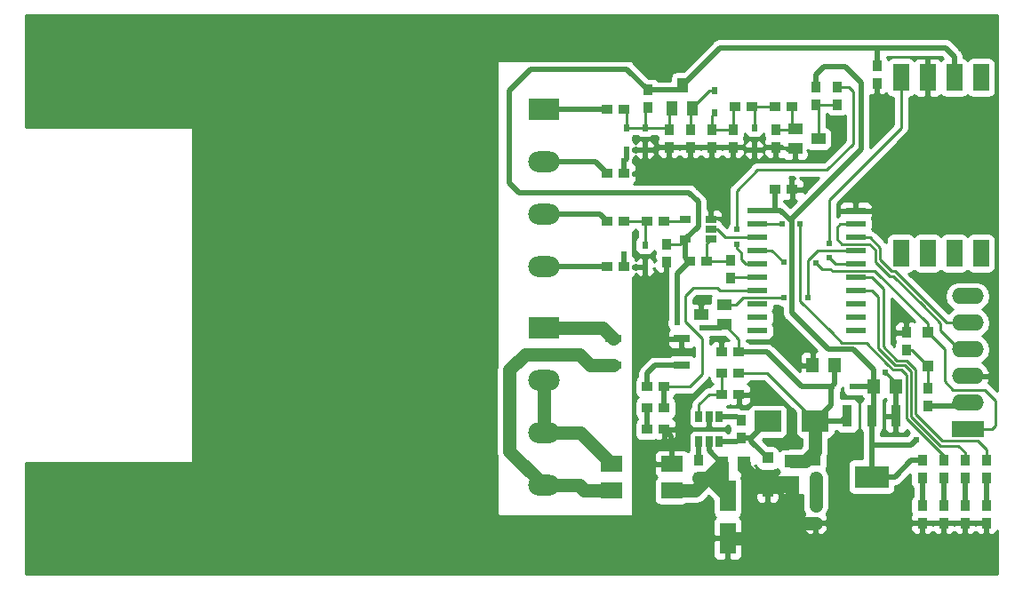
<source format=gtl>
G04 #@! TF.GenerationSoftware,KiCad,Pcbnew,5.0.0-fee4fd1~66~ubuntu18.04.1*
G04 #@! TF.CreationDate,2019-02-05T20:13:11-07:00*
G04 #@! TF.ProjectId,sprinkler_nodes,737072696E6B6C65725F6E6F6465732E,rev?*
G04 #@! TF.SameCoordinates,Original*
G04 #@! TF.FileFunction,Copper,L1,Top,Signal*
G04 #@! TF.FilePolarity,Positive*
%FSLAX46Y46*%
G04 Gerber Fmt 4.6, Leading zero omitted, Abs format (unit mm)*
G04 Created by KiCad (PCBNEW 5.0.0-fee4fd1~66~ubuntu18.04.1) date Tue Feb  5 20:13:11 2019*
%MOMM*%
%LPD*%
G01*
G04 APERTURE LIST*
G04 #@! TA.AperFunction,SMDPad,CuDef*
%ADD10R,2.032000X1.524000*%
G04 #@! TD*
G04 #@! TA.AperFunction,SMDPad,CuDef*
%ADD11R,1.000000X0.950000*%
G04 #@! TD*
G04 #@! TA.AperFunction,SMDPad,CuDef*
%ADD12R,0.950000X1.000000*%
G04 #@! TD*
G04 #@! TA.AperFunction,SMDPad,CuDef*
%ADD13R,1.150000X1.450000*%
G04 #@! TD*
G04 #@! TA.AperFunction,SMDPad,CuDef*
%ADD14R,1.450000X1.150000*%
G04 #@! TD*
G04 #@! TA.AperFunction,SMDPad,CuDef*
%ADD15R,1.000000X1.100000*%
G04 #@! TD*
G04 #@! TA.AperFunction,SMDPad,CuDef*
%ADD16R,0.700000X0.600000*%
G04 #@! TD*
G04 #@! TA.AperFunction,SMDPad,CuDef*
%ADD17R,0.600000X0.700000*%
G04 #@! TD*
G04 #@! TA.AperFunction,ComponentPad*
%ADD18O,3.000000X2.000000*%
G04 #@! TD*
G04 #@! TA.AperFunction,ComponentPad*
%ADD19R,3.000000X2.000000*%
G04 #@! TD*
G04 #@! TA.AperFunction,ComponentPad*
%ADD20R,3.048000X1.524000*%
G04 #@! TD*
G04 #@! TA.AperFunction,ComponentPad*
%ADD21O,3.048000X1.524000*%
G04 #@! TD*
G04 #@! TA.AperFunction,SMDPad,CuDef*
%ADD22R,2.500000X2.000000*%
G04 #@! TD*
G04 #@! TA.AperFunction,SMDPad,CuDef*
%ADD23R,1.500000X0.800000*%
G04 #@! TD*
G04 #@! TA.AperFunction,SMDPad,CuDef*
%ADD24R,1.000000X1.400000*%
G04 #@! TD*
G04 #@! TA.AperFunction,SMDPad,CuDef*
%ADD25R,1.400000X1.000000*%
G04 #@! TD*
G04 #@! TA.AperFunction,SMDPad,CuDef*
%ADD26R,1.950000X0.600000*%
G04 #@! TD*
G04 #@! TA.AperFunction,SMDPad,CuDef*
%ADD27R,0.700000X1.000000*%
G04 #@! TD*
G04 #@! TA.AperFunction,SMDPad,CuDef*
%ADD28R,0.950000X2.150000*%
G04 #@! TD*
G04 #@! TA.AperFunction,SMDPad,CuDef*
%ADD29R,3.250000X2.150000*%
G04 #@! TD*
G04 #@! TA.AperFunction,SMDPad,CuDef*
%ADD30R,1.000000X0.700000*%
G04 #@! TD*
G04 #@! TA.AperFunction,SMDPad,CuDef*
%ADD31R,1.500000X3.000000*%
G04 #@! TD*
G04 #@! TA.AperFunction,SMDPad,CuDef*
%ADD32R,1.520000X2.540000*%
G04 #@! TD*
G04 #@! TA.AperFunction,ViaPad*
%ADD33C,0.609600*%
G04 #@! TD*
G04 #@! TA.AperFunction,Conductor*
%ADD34C,1.270000*%
G04 #@! TD*
G04 #@! TA.AperFunction,Conductor*
%ADD35C,0.508000*%
G04 #@! TD*
G04 #@! TA.AperFunction,Conductor*
%ADD36C,0.254000*%
G04 #@! TD*
G04 APERTURE END LIST*
D10*
G04 #@! TO.P,BR1,2*
G04 #@! TO.N,/VIN_GND*
X74295000Y-68834000D03*
G04 #@! TO.P,BR1,3*
G04 #@! TO.N,/VIN_AC*
X74295000Y-71374000D03*
G04 #@! TO.P,BR1,1*
G04 #@! TO.N,GND*
X80010000Y-68834000D03*
G04 #@! TO.P,BR1,4*
G04 #@! TO.N,/power/VIN*
X80010000Y-71374000D03*
G04 #@! TD*
D11*
G04 #@! TO.P,C1,1*
G04 #@! TO.N,GND*
X91503000Y-42672000D03*
G04 #@! TO.P,C1,2*
G04 #@! TO.N,+3V3*
X89853000Y-42672000D03*
G04 #@! TD*
G04 #@! TO.P,C2,1*
G04 #@! TO.N,GND*
X84773000Y-58166000D03*
G04 #@! TO.P,C2,2*
G04 #@! TO.N,+5V*
X86423000Y-58166000D03*
G04 #@! TD*
D12*
G04 #@! TO.P,C6,2*
G04 #@! TO.N,Net-(C6-Pad2)*
X86614000Y-66357000D03*
G04 #@! TO.P,C6,1*
G04 #@! TO.N,Net-(C6-Pad1)*
X86614000Y-64707000D03*
G04 #@! TD*
D13*
G04 #@! TO.P,C7,2*
G04 #@! TO.N,GND*
X86877000Y-68834000D03*
G04 #@! TO.P,C7,1*
G04 #@! TO.N,/power/VIN*
X84827000Y-68834000D03*
G04 #@! TD*
D14*
G04 #@! TO.P,C8,1*
G04 #@! TO.N,+5V*
X91440000Y-68571000D03*
G04 #@! TO.P,C8,2*
G04 #@! TO.N,GND*
X91440000Y-70621000D03*
G04 #@! TD*
D13*
G04 #@! TO.P,C9,2*
G04 #@! TO.N,GND*
X93463000Y-59436000D03*
G04 #@! TO.P,C9,1*
G04 #@! TO.N,+5V*
X95513000Y-59436000D03*
G04 #@! TD*
G04 #@! TO.P,C10,1*
G04 #@! TO.N,+3V3*
X99305000Y-61468000D03*
G04 #@! TO.P,C10,2*
G04 #@! TO.N,GND*
X101355000Y-61468000D03*
G04 #@! TD*
D11*
G04 #@! TO.P,C11,2*
G04 #@! TO.N,Net-(C11-Pad2)*
X75501000Y-35052000D03*
G04 #@! TO.P,C11,1*
G04 #@! TO.N,/RF_IN*
X73851000Y-35052000D03*
G04 #@! TD*
G04 #@! TO.P,C12,1*
G04 #@! TO.N,/RF_IN_RTN*
X73851000Y-41148000D03*
G04 #@! TO.P,C12,2*
G04 #@! TO.N,GND*
X75501000Y-41148000D03*
G04 #@! TD*
G04 #@! TO.P,C13,2*
G04 #@! TO.N,/RF_OUT*
X73851000Y-45720000D03*
G04 #@! TO.P,C13,1*
G04 #@! TO.N,Net-(C13-Pad1)*
X75501000Y-45720000D03*
G04 #@! TD*
G04 #@! TO.P,C14,2*
G04 #@! TO.N,/RF_OUT_RTN*
X73851000Y-50038000D03*
G04 #@! TO.P,C14,1*
G04 #@! TO.N,GND*
X75501000Y-50038000D03*
G04 #@! TD*
D12*
G04 #@! TO.P,C15,1*
G04 #@! TO.N,+5V*
X79502000Y-47943000D03*
G04 #@! TO.P,C15,2*
G04 #@! TO.N,GND*
X79502000Y-49593000D03*
G04 #@! TD*
G04 #@! TO.P,C16,2*
G04 #@! TO.N,GND*
X83820000Y-38671000D03*
G04 #@! TO.P,C16,1*
G04 #@! TO.N,Net-(C16-Pad1)*
X83820000Y-37021000D03*
G04 #@! TD*
D11*
G04 #@! TO.P,C17,2*
G04 #@! TO.N,Net-(C17-Pad2)*
X87693000Y-34798000D03*
G04 #@! TO.P,C17,1*
G04 #@! TO.N,Net-(C16-Pad1)*
X86043000Y-34798000D03*
G04 #@! TD*
D12*
G04 #@! TO.P,C18,1*
G04 #@! TO.N,Net-(C18-Pad1)*
X89916000Y-37021000D03*
G04 #@! TO.P,C18,2*
G04 #@! TO.N,GND*
X89916000Y-38671000D03*
G04 #@! TD*
D11*
G04 #@! TO.P,D1,A*
G04 #@! TO.N,Net-(D1-PadA)*
X77661000Y-65532000D03*
G04 #@! TO.P,D1,C*
G04 #@! TO.N,GND*
X79311000Y-65532000D03*
G04 #@! TD*
D15*
G04 #@! TO.P,D2,C*
G04 #@! TO.N,/MCLR*
X104394000Y-56337000D03*
G04 #@! TO.P,D2,A*
G04 #@! TO.N,Net-(C4-Pad1)*
X104394000Y-59487000D03*
G04 #@! TD*
G04 #@! TO.P,D3,A*
G04 #@! TO.N,GND*
X89154000Y-71425000D03*
G04 #@! TO.P,D3,C*
G04 #@! TO.N,Net-(C6-Pad2)*
X89154000Y-68275000D03*
G04 #@! TD*
D12*
G04 #@! TO.P,D4,C*
G04 #@! TO.N,Net-(D4-PadC)*
X93726000Y-70167000D03*
G04 #@! TO.P,D4,A*
G04 #@! TO.N,+5V*
X93726000Y-68517000D03*
G04 #@! TD*
D16*
G04 #@! TO.P,D5,C*
G04 #@! TO.N,+5V*
X95211000Y-61468000D03*
G04 #@! TO.P,D5,A*
G04 #@! TO.N,+3V3*
X97321000Y-61468000D03*
G04 #@! TD*
D12*
G04 #@! TO.P,D6,C*
G04 #@! TO.N,Net-(D6-PadC)*
X103886000Y-70167000D03*
G04 #@! TO.P,D6,A*
G04 #@! TO.N,+3V3*
X103886000Y-68517000D03*
G04 #@! TD*
D17*
G04 #@! TO.P,D7,A*
G04 #@! TO.N,GND*
X75692000Y-38901000D03*
G04 #@! TO.P,D7,C*
G04 #@! TO.N,Net-(C11-Pad2)*
X75692000Y-36791000D03*
G04 #@! TD*
G04 #@! TO.P,D8,A*
G04 #@! TO.N,GND*
X77470000Y-38901000D03*
G04 #@! TO.P,D8,C*
G04 #@! TO.N,Net-(C11-Pad2)*
X77470000Y-36791000D03*
G04 #@! TD*
G04 #@! TO.P,D9,C*
G04 #@! TO.N,Net-(C13-Pad1)*
X77470000Y-47967000D03*
G04 #@! TO.P,D9,A*
G04 #@! TO.N,GND*
X77470000Y-50077000D03*
G04 #@! TD*
G04 #@! TO.P,D10,C*
G04 #@! TO.N,Net-(C16-Pad1)*
X84074000Y-35345000D03*
G04 #@! TO.P,D10,A*
G04 #@! TO.N,Net-(D10-PadA)*
X84074000Y-33235000D03*
G04 #@! TD*
G04 #@! TO.P,D11,A*
G04 #@! TO.N,GND*
X87884000Y-38901000D03*
G04 #@! TO.P,D11,C*
G04 #@! TO.N,Net-(C17-Pad2)*
X87884000Y-36791000D03*
G04 #@! TD*
D18*
G04 #@! TO.P,J1,4*
G04 #@! TO.N,/VIN_AC*
X67818000Y-70880000D03*
G04 #@! TO.P,J1,3*
G04 #@! TO.N,/VIN_GND*
X67818000Y-65880000D03*
G04 #@! TO.P,J1,2*
X67818000Y-60880000D03*
D19*
G04 #@! TO.P,J1,1*
G04 #@! TO.N,/SW_24V_1*
X67818000Y-55880000D03*
G04 #@! TD*
G04 #@! TO.P,J2,1*
G04 #@! TO.N,/RF_IN*
X67818000Y-35052000D03*
D18*
G04 #@! TO.P,J2,2*
G04 #@! TO.N,/RF_IN_RTN*
X67818000Y-40052000D03*
G04 #@! TO.P,J2,3*
G04 #@! TO.N,/RF_OUT*
X67818000Y-45052000D03*
G04 #@! TO.P,J2,4*
G04 #@! TO.N,/RF_OUT_RTN*
X67818000Y-50052000D03*
G04 #@! TD*
D20*
G04 #@! TO.P,J3,1*
G04 #@! TO.N,/MCLR*
X108204000Y-65532000D03*
D21*
G04 #@! TO.P,J3,2*
G04 #@! TO.N,+3V3*
X108204000Y-62992000D03*
G04 #@! TO.P,J3,3*
G04 #@! TO.N,GND*
X108204000Y-60452000D03*
G04 #@! TO.P,J3,4*
G04 #@! TO.N,/ICSPDAT*
X108204000Y-57912000D03*
G04 #@! TO.P,J3,5*
G04 #@! TO.N,/ICSPCLK*
X108204000Y-55372000D03*
G04 #@! TO.P,J3,6*
G04 #@! TO.N,Net-(J3-Pad6)*
X108204000Y-52832000D03*
G04 #@! TD*
D22*
G04 #@! TO.P,L1,1*
G04 #@! TO.N,+5V*
X93690000Y-64770000D03*
G04 #@! TO.P,L1,2*
G04 #@! TO.N,Net-(C6-Pad2)*
X89190000Y-64770000D03*
G04 #@! TD*
D23*
G04 #@! TO.P,OT1,1*
G04 #@! TO.N,Net-(OT1-Pad1)*
X80974000Y-59436000D03*
G04 #@! TO.P,OT1,2*
G04 #@! TO.N,GND*
X80974000Y-56896000D03*
G04 #@! TO.P,OT1,3*
G04 #@! TO.N,/SW_24V_1*
X74474000Y-56896000D03*
G04 #@! TO.P,OT1,4*
G04 #@! TO.N,/VIN_AC*
X74474000Y-59436000D03*
G04 #@! TD*
D24*
G04 #@! TO.P,Q1,3*
G04 #@! TO.N,+5V*
X81026000Y-32766000D03*
G04 #@! TO.P,Q1,2*
G04 #@! TO.N,Net-(D10-PadA)*
X81976000Y-34966000D03*
G04 #@! TO.P,Q1,1*
G04 #@! TO.N,Net-(C11-Pad2)*
X80076000Y-34966000D03*
G04 #@! TD*
D25*
G04 #@! TO.P,Q2,1*
G04 #@! TO.N,Net-(C18-Pad1)*
X91780000Y-36896000D03*
G04 #@! TO.P,Q2,2*
G04 #@! TO.N,GND*
X91780000Y-38796000D03*
G04 #@! TO.P,Q2,3*
G04 #@! TO.N,Net-(Q2-Pad3)*
X93980000Y-37846000D03*
G04 #@! TD*
D11*
G04 #@! TO.P,R1,1*
G04 #@! TO.N,Net-(OT1-Pad1)*
X77661000Y-61468000D03*
G04 #@! TO.P,R1,2*
G04 #@! TO.N,/SW_1*
X79311000Y-61468000D03*
G04 #@! TD*
G04 #@! TO.P,R2,2*
G04 #@! TO.N,/SW_1*
X79311000Y-63500000D03*
G04 #@! TO.P,R2,1*
G04 #@! TO.N,Net-(D1-PadA)*
X77661000Y-63500000D03*
G04 #@! TD*
D12*
G04 #@! TO.P,R5,1*
G04 #@! TO.N,Net-(C4-Pad1)*
X104394000Y-61659000D03*
G04 #@! TO.P,R5,2*
G04 #@! TO.N,+3V3*
X104394000Y-63309000D03*
G04 #@! TD*
D11*
G04 #@! TO.P,R9,2*
G04 #@! TO.N,Net-(R10-Pad1)*
X84773000Y-60198000D03*
G04 #@! TO.P,R9,1*
G04 #@! TO.N,+5V*
X86423000Y-60198000D03*
G04 #@! TD*
G04 #@! TO.P,R10,1*
G04 #@! TO.N,Net-(R10-Pad1)*
X84773000Y-62230000D03*
G04 #@! TO.P,R10,2*
G04 #@! TO.N,GND*
X86423000Y-62230000D03*
G04 #@! TD*
D12*
G04 #@! TO.P,R11,1*
G04 #@! TO.N,GND*
X93726000Y-74485000D03*
G04 #@! TO.P,R11,2*
G04 #@! TO.N,Net-(D4-PadC)*
X93726000Y-72835000D03*
G04 #@! TD*
G04 #@! TO.P,R12,2*
G04 #@! TO.N,Net-(D6-PadC)*
X103886000Y-72835000D03*
G04 #@! TO.P,R12,1*
G04 #@! TO.N,GND*
X103886000Y-74485000D03*
G04 #@! TD*
G04 #@! TO.P,R13,2*
G04 #@! TO.N,GND*
X79756000Y-38671000D03*
G04 #@! TO.P,R13,1*
G04 #@! TO.N,Net-(C11-Pad2)*
X79756000Y-37021000D03*
G04 #@! TD*
G04 #@! TO.P,R14,1*
G04 #@! TO.N,+5V*
X77724000Y-33211000D03*
G04 #@! TO.P,R14,2*
G04 #@! TO.N,Net-(C11-Pad2)*
X77724000Y-34861000D03*
G04 #@! TD*
D11*
G04 #@! TO.P,R15,1*
G04 #@! TO.N,Net-(C13-Pad1)*
X77661000Y-45720000D03*
G04 #@! TO.P,R15,2*
G04 #@! TO.N,Net-(R15-Pad2)*
X79311000Y-45720000D03*
G04 #@! TD*
D12*
G04 #@! TO.P,R16,1*
G04 #@! TO.N,Net-(D10-PadA)*
X81788000Y-37021000D03*
G04 #@! TO.P,R16,2*
G04 #@! TO.N,GND*
X81788000Y-38671000D03*
G04 #@! TD*
G04 #@! TO.P,R17,2*
G04 #@! TO.N,GND*
X85852000Y-38671000D03*
G04 #@! TO.P,R17,1*
G04 #@! TO.N,Net-(C16-Pad1)*
X85852000Y-37021000D03*
G04 #@! TD*
D11*
G04 #@! TO.P,R18,1*
G04 #@! TO.N,+5V*
X81725000Y-49530000D03*
G04 #@! TO.P,R18,2*
G04 #@! TO.N,Net-(R18-Pad2)*
X83375000Y-49530000D03*
G04 #@! TD*
D12*
G04 #@! TO.P,R19,2*
G04 #@! TO.N,/UART_TX*
X85598000Y-51117000D03*
G04 #@! TO.P,R19,1*
G04 #@! TO.N,Net-(R18-Pad2)*
X85598000Y-49467000D03*
G04 #@! TD*
D11*
G04 #@! TO.P,R20,1*
G04 #@! TO.N,Net-(C18-Pad1)*
X91503000Y-34798000D03*
G04 #@! TO.P,R20,2*
G04 #@! TO.N,Net-(C17-Pad2)*
X89853000Y-34798000D03*
G04 #@! TD*
D12*
G04 #@! TO.P,R21,2*
G04 #@! TO.N,Net-(Q2-Pad3)*
X93726000Y-34607000D03*
G04 #@! TO.P,R21,1*
G04 #@! TO.N,+3V3*
X93726000Y-32957000D03*
G04 #@! TD*
G04 #@! TO.P,R22,1*
G04 #@! TO.N,/UART_RX*
X95758000Y-32957000D03*
G04 #@! TO.P,R22,2*
G04 #@! TO.N,Net-(Q2-Pad3)*
X95758000Y-34607000D03*
G04 #@! TD*
D26*
G04 #@! TO.P,U1,20*
G04 #@! TO.N,GND*
X97538000Y-44704000D03*
G04 #@! TO.P,U1,18*
G04 #@! TO.N,/ICSPCLK*
X97538000Y-47244000D03*
G04 #@! TO.P,U1,17*
G04 #@! TO.N,/V_Temp*
X97538000Y-48514000D03*
G04 #@! TO.P,U1,19*
G04 #@! TO.N,/ICSPDAT*
X97538000Y-45974000D03*
G04 #@! TO.P,U1,16*
G04 #@! TO.N,/AN4*
X97538000Y-49784000D03*
G04 #@! TO.P,U1,11*
G04 #@! TO.N,/SPI_SCLK*
X97538000Y-56134000D03*
G04 #@! TO.P,U1,14*
G04 #@! TO.N,/GPIO2*
X97538000Y-52324000D03*
G04 #@! TO.P,U1,12*
G04 #@! TO.N,/I2C_SDA*
X97538000Y-54864000D03*
G04 #@! TO.P,U1,13*
G04 #@! TO.N,/SPI_MISO*
X97538000Y-53594000D03*
G04 #@! TO.P,U1,15*
G04 #@! TO.N,/GPIO1*
X97538000Y-51054000D03*
G04 #@! TO.P,U1,6*
G04 #@! TO.N,/UART_TX*
X88138000Y-51054000D03*
G04 #@! TO.P,U1,8*
G04 #@! TO.N,/SPI_nCS*
X88138000Y-53594000D03*
G04 #@! TO.P,U1,9*
G04 #@! TO.N,/SPI_MOSI*
X88138000Y-54864000D03*
G04 #@! TO.P,U1,7*
G04 #@! TO.N,/SW_1*
X88138000Y-52324000D03*
G04 #@! TO.P,U1,10*
G04 #@! TO.N,/I2C_SCL*
X88138000Y-56134000D03*
G04 #@! TO.P,U1,5*
G04 #@! TO.N,/UART_RX*
X88138000Y-49784000D03*
G04 #@! TO.P,U1,2*
G04 #@! TO.N,/GPIO3*
X88138000Y-45974000D03*
G04 #@! TO.P,U1,4*
G04 #@! TO.N,/MCLR*
X88138000Y-48514000D03*
G04 #@! TO.P,U1,3*
G04 #@! TO.N,/CLKOUT*
X88138000Y-47244000D03*
G04 #@! TO.P,U1,1*
G04 #@! TO.N,+3V3*
X88138000Y-44704000D03*
G04 #@! TD*
D25*
G04 #@! TO.P,U2,1*
G04 #@! TO.N,+5V*
X85004000Y-55560000D03*
G04 #@! TO.P,U2,2*
G04 #@! TO.N,/V_Temp*
X85004000Y-53660000D03*
G04 #@! TO.P,U2,3*
G04 #@! TO.N,GND*
X82804000Y-54610000D03*
G04 #@! TD*
D27*
G04 #@! TO.P,U3,1*
G04 #@! TO.N,Net-(C6-Pad1)*
X84516000Y-64332000D03*
G04 #@! TO.P,U3,2*
G04 #@! TO.N,GND*
X83566000Y-64332000D03*
G04 #@! TO.P,U3,3*
G04 #@! TO.N,Net-(R10-Pad1)*
X82616000Y-64332000D03*
G04 #@! TO.P,U3,4*
G04 #@! TO.N,/power/EN*
X82616000Y-66732000D03*
G04 #@! TO.P,U3,5*
G04 #@! TO.N,/power/VIN*
X83566000Y-66732000D03*
G04 #@! TO.P,U3,6*
G04 #@! TO.N,Net-(C6-Pad2)*
X84516000Y-66732000D03*
G04 #@! TD*
D28*
G04 #@! TO.P,U4,1*
G04 #@! TO.N,GND*
X101360000Y-64262000D03*
G04 #@! TO.P,U4,2*
G04 #@! TO.N,+3V3*
X99060000Y-64262000D03*
G04 #@! TO.P,U4,3*
G04 #@! TO.N,+5V*
X96760000Y-64262000D03*
D29*
G04 #@! TO.P,U4,4*
G04 #@! TO.N,+3V3*
X99060000Y-70062000D03*
G04 #@! TD*
D30*
G04 #@! TO.P,U5,1*
G04 #@! TO.N,Net-(R18-Pad2)*
X83750000Y-47432000D03*
G04 #@! TO.P,U5,2*
G04 #@! TO.N,/CLKOUT*
X83750000Y-46482000D03*
G04 #@! TO.P,U5,3*
G04 #@! TO.N,GND*
X83750000Y-45532000D03*
G04 #@! TO.P,U5,4*
G04 #@! TO.N,Net-(R15-Pad2)*
X81350000Y-45532000D03*
G04 #@! TO.P,U5,5*
G04 #@! TO.N,+5V*
X81350000Y-47432000D03*
G04 #@! TD*
D12*
G04 #@! TO.P,R23,2*
G04 #@! TO.N,/power/EN*
X82550000Y-68517000D03*
G04 #@! TO.P,R23,1*
G04 #@! TO.N,/power/VIN*
X82550000Y-70167000D03*
G04 #@! TD*
G04 #@! TO.P,D12,C*
G04 #@! TO.N,Net-(D12-PadC)*
X109982000Y-70167000D03*
G04 #@! TO.P,D12,A*
G04 #@! TO.N,/GPIO1*
X109982000Y-68517000D03*
G04 #@! TD*
G04 #@! TO.P,D13,A*
G04 #@! TO.N,/GPIO2*
X107950000Y-68517000D03*
G04 #@! TO.P,D13,C*
G04 #@! TO.N,Net-(D13-PadC)*
X107950000Y-70167000D03*
G04 #@! TD*
G04 #@! TO.P,D14,C*
G04 #@! TO.N,Net-(D14-PadC)*
X105918000Y-70167000D03*
G04 #@! TO.P,D14,A*
G04 #@! TO.N,/GPIO3*
X105918000Y-68517000D03*
G04 #@! TD*
G04 #@! TO.P,R6,2*
G04 #@! TO.N,GND*
X109982000Y-74485000D03*
G04 #@! TO.P,R6,1*
G04 #@! TO.N,Net-(D12-PadC)*
X109982000Y-72835000D03*
G04 #@! TD*
G04 #@! TO.P,R7,1*
G04 #@! TO.N,Net-(D13-PadC)*
X107950000Y-72835000D03*
G04 #@! TO.P,R7,2*
G04 #@! TO.N,GND*
X107950000Y-74485000D03*
G04 #@! TD*
G04 #@! TO.P,R8,2*
G04 #@! TO.N,GND*
X105918000Y-74485000D03*
G04 #@! TO.P,R8,1*
G04 #@! TO.N,Net-(D14-PadC)*
X105918000Y-72835000D03*
G04 #@! TD*
G04 #@! TO.P,C4,1*
G04 #@! TO.N,Net-(C4-Pad1)*
X102362000Y-57975000D03*
G04 #@! TO.P,C4,2*
G04 #@! TO.N,GND*
X102362000Y-56325000D03*
G04 #@! TD*
D31*
G04 #@! TO.P,C5,1*
G04 #@! TO.N,/power/VIN*
X85344000Y-71914000D03*
G04 #@! TO.P,C5,2*
G04 #@! TO.N,GND*
X85344000Y-75914000D03*
G04 #@! TD*
D12*
G04 #@! TO.P,C3,2*
G04 #@! TO.N,GND*
X99568000Y-32575000D03*
G04 #@! TO.P,C3,1*
G04 #@! TO.N,+5V*
X99568000Y-30925000D03*
G04 #@! TD*
D32*
G04 #@! TO.P,U6,1*
G04 #@! TO.N,Net-(U6-Pad1)*
X109474000Y-32004000D03*
G04 #@! TO.P,U6,2*
G04 #@! TO.N,+5V*
X106934000Y-32004000D03*
G04 #@! TO.P,U6,3*
G04 #@! TO.N,GND*
X104394000Y-32004000D03*
G04 #@! TO.P,U6,4*
G04 #@! TO.N,/AN4*
X101854000Y-32004000D03*
G04 #@! TO.P,U6,8*
G04 #@! TO.N,Net-(U6-Pad8)*
X109474000Y-48764000D03*
G04 #@! TO.P,U6,7*
G04 #@! TO.N,Net-(U6-Pad7)*
X106934000Y-48764000D03*
G04 #@! TO.P,U6,6*
G04 #@! TO.N,Net-(U6-Pad6)*
X104394000Y-48764000D03*
G04 #@! TO.P,U6,5*
G04 #@! TO.N,Net-(U6-Pad5)*
X101854000Y-48764000D03*
G04 #@! TD*
D33*
G04 #@! TO.N,GND*
X87503000Y-70586600D03*
X86893400Y-75895200D03*
X79984600Y-67132200D03*
X83566000Y-65354200D03*
X92456000Y-74498200D03*
X102692200Y-74498200D03*
X82804000Y-53263800D03*
X87807800Y-62230000D03*
X93472000Y-58064400D03*
X104368600Y-34315400D03*
X99568000Y-34036000D03*
X91440000Y-41656000D03*
X75488800Y-48818800D03*
X77470000Y-50952400D03*
X79502000Y-50774600D03*
X83743800Y-44526200D03*
X75514200Y-39979600D03*
X77470000Y-39751000D03*
X79756000Y-40055800D03*
X81788000Y-39954200D03*
X83820000Y-39979600D03*
X85852000Y-39725600D03*
X87884000Y-39751000D03*
X89916000Y-39649400D03*
X91795600Y-39776400D03*
X80975200Y-57835800D03*
X84785200Y-57073800D03*
X97536000Y-43738800D03*
X100380800Y-60147200D03*
X101371400Y-62661800D03*
X102362000Y-55118000D03*
X88315600Y-70586600D03*
X87833200Y-69926200D03*
G04 #@! TO.N,+3V3*
X103301800Y-66522600D03*
G04 #@! TO.N,+5V*
X80518000Y-55397400D03*
X82956400Y-55854600D03*
G04 #@! TO.N,/MCLR*
X90678000Y-49631600D03*
X93726000Y-49657000D03*
G04 #@! TO.N,/V_Temp*
X90678000Y-52959000D03*
X93014800Y-52959000D03*
G04 #@! TO.N,/UART_RX*
X86207600Y-46507400D03*
X86207600Y-47904400D03*
G04 #@! TO.N,/GPIO3*
X92278200Y-45974000D03*
X90525600Y-45974000D03*
G04 #@! TO.N,/AN4*
X94996000Y-49174400D03*
X94996000Y-47828200D03*
G04 #@! TD*
D34*
G04 #@! TO.N,/VIN_GND*
X67818000Y-65880000D02*
X67818000Y-60880000D01*
X67818000Y-65880000D02*
X71341000Y-65880000D01*
X71341000Y-65880000D02*
X74295000Y-68834000D01*
G04 #@! TO.N,/VIN_AC*
X67818000Y-70880000D02*
X71210200Y-70880000D01*
X71704200Y-71374000D02*
X74295000Y-71374000D01*
X71210200Y-70880000D02*
X71704200Y-71374000D01*
X67818000Y-70880000D02*
X64592200Y-67654200D01*
X72263000Y-59436000D02*
X74474000Y-59436000D01*
X71247000Y-58420000D02*
X72263000Y-59436000D01*
X66065400Y-58420000D02*
X71247000Y-58420000D01*
X64592200Y-59893200D02*
X66065400Y-58420000D01*
X64592200Y-67654200D02*
X64592200Y-59893200D01*
D35*
G04 #@! TO.N,GND*
X86877000Y-68834000D02*
X86877000Y-69960600D01*
X87503000Y-70586600D02*
X88315600Y-70586600D01*
X86877000Y-69960600D02*
X87503000Y-70586600D01*
X89154000Y-71425000D02*
X90636000Y-71425000D01*
X90636000Y-71425000D02*
X91440000Y-70621000D01*
X85344000Y-75914000D02*
X86874600Y-75914000D01*
X86874600Y-75914000D02*
X86893400Y-75895200D01*
X80010000Y-68834000D02*
X80010000Y-67157600D01*
X79984600Y-66205600D02*
X79311000Y-65532000D01*
X79984600Y-67132200D02*
X79984600Y-66205600D01*
X80010000Y-67157600D02*
X79984600Y-67132200D01*
X83566000Y-64332000D02*
X83566000Y-65354200D01*
X93726000Y-74485000D02*
X92469200Y-74485000D01*
X92469200Y-74485000D02*
X92456000Y-74498200D01*
D34*
X86877000Y-68834000D02*
X86877000Y-69148000D01*
X88350000Y-70621000D02*
X91440000Y-70621000D01*
X86877000Y-69148000D02*
X88350000Y-70621000D01*
X91440000Y-70621000D02*
X91440000Y-73812400D01*
X92112600Y-74485000D02*
X93726000Y-74485000D01*
X91440000Y-73812400D02*
X92112600Y-74485000D01*
X85344000Y-75914000D02*
X89338400Y-75914000D01*
X89338400Y-75914000D02*
X91440000Y-73812400D01*
D35*
X109982000Y-74485000D02*
X102705400Y-74485000D01*
X102705400Y-74485000D02*
X102692200Y-74498200D01*
D36*
X82804000Y-54610000D02*
X82804000Y-53263800D01*
X86423000Y-62230000D02*
X87807800Y-62230000D01*
X93463000Y-59436000D02*
X93463000Y-58073400D01*
X93463000Y-58073400D02*
X93472000Y-58064400D01*
D35*
X104394000Y-32004000D02*
X104394000Y-34290000D01*
X104394000Y-34290000D02*
X104368600Y-34315400D01*
X99568000Y-32575000D02*
X99568000Y-34036000D01*
X91503000Y-42672000D02*
X91503000Y-41719000D01*
X91503000Y-41719000D02*
X91440000Y-41656000D01*
X75501000Y-50038000D02*
X75501000Y-48831000D01*
X75501000Y-48831000D02*
X75488800Y-48818800D01*
X77470000Y-50077000D02*
X77470000Y-50952400D01*
X79502000Y-49593000D02*
X79502000Y-50774600D01*
X83750000Y-45532000D02*
X83750000Y-44532400D01*
X83750000Y-44532400D02*
X83743800Y-44526200D01*
X75501000Y-41148000D02*
X75501000Y-39992800D01*
X75692000Y-39801800D02*
X75514200Y-39979600D01*
X75692000Y-39801800D02*
X75692000Y-38901000D01*
X75501000Y-39992800D02*
X75514200Y-39979600D01*
X77470000Y-38901000D02*
X77470000Y-39751000D01*
X79756000Y-38671000D02*
X79756000Y-40055800D01*
X81788000Y-38671000D02*
X81788000Y-39954200D01*
X83820000Y-38671000D02*
X83820000Y-39979600D01*
X85852000Y-38671000D02*
X85852000Y-39725600D01*
X87884000Y-38901000D02*
X87884000Y-39751000D01*
X89916000Y-38671000D02*
X89916000Y-39649400D01*
X91780000Y-38796000D02*
X91780000Y-39760800D01*
X91780000Y-39760800D02*
X91795600Y-39776400D01*
X80974000Y-56896000D02*
X80974000Y-57834600D01*
X80974000Y-57834600D02*
X80975200Y-57835800D01*
X84773000Y-58166000D02*
X84773000Y-57086000D01*
X84773000Y-57086000D02*
X84785200Y-57073800D01*
X97538000Y-44704000D02*
X97538000Y-43740800D01*
X97538000Y-43740800D02*
X97536000Y-43738800D01*
D36*
X101355000Y-61468000D02*
X101355000Y-61121400D01*
X101355000Y-61121400D02*
X100380800Y-60147200D01*
X101360000Y-64262000D02*
X101360000Y-62673200D01*
X101355000Y-62645400D02*
X101371400Y-62661800D01*
X101355000Y-62645400D02*
X101355000Y-61468000D01*
X101360000Y-62673200D02*
X101371400Y-62661800D01*
X102362000Y-56325000D02*
X102362000Y-55118000D01*
X89154000Y-71425000D02*
X88315600Y-70586600D01*
X88315600Y-70586600D02*
X88315600Y-70408600D01*
X88315600Y-70408600D02*
X87833200Y-69926200D01*
D34*
G04 #@! TO.N,/power/VIN*
X80010000Y-71374000D02*
X82287000Y-71374000D01*
X82287000Y-71374000D02*
X84827000Y-68834000D01*
X84827000Y-68834000D02*
X84827000Y-71397000D01*
X84827000Y-71397000D02*
X85344000Y-71914000D01*
X85344000Y-71914000D02*
X83597000Y-70167000D01*
X83597000Y-70167000D02*
X82550000Y-70167000D01*
D35*
X83566000Y-66732000D02*
X83566000Y-67573000D01*
X83566000Y-67573000D02*
X84827000Y-68834000D01*
G04 #@! TO.N,+3V3*
X97321000Y-61468000D02*
X99305000Y-61468000D01*
X99060000Y-64262000D02*
X99305000Y-64017000D01*
X99305000Y-64017000D02*
X99305000Y-61468000D01*
X99060000Y-70062000D02*
X99060000Y-67030600D01*
X99060000Y-67030600D02*
X99060000Y-64262000D01*
X99060000Y-70062000D02*
X101261000Y-70062000D01*
X102806000Y-68517000D02*
X103886000Y-68517000D01*
X101261000Y-70062000D02*
X102806000Y-68517000D01*
X104394000Y-63309000D02*
X107887000Y-63309000D01*
X107887000Y-63309000D02*
X108204000Y-62992000D01*
X99305000Y-61468000D02*
X99305000Y-59884200D01*
X90398600Y-44704000D02*
X89853000Y-44704000D01*
X89853000Y-44704000D02*
X88138000Y-44704000D01*
X91465400Y-45770800D02*
X91440000Y-45745400D01*
X91440000Y-45745400D02*
X90398600Y-44704000D01*
X91465400Y-54457600D02*
X91465400Y-45770800D01*
X94005400Y-56997600D02*
X91465400Y-54457600D01*
X99305000Y-59884200D02*
X97332802Y-57912002D01*
X97332802Y-57912002D02*
X94919802Y-57912002D01*
X94919802Y-57912002D02*
X94005400Y-56997600D01*
X99060000Y-67030600D02*
X102793800Y-67030600D01*
X102793800Y-67030600D02*
X103301800Y-66522600D01*
X89853000Y-42672000D02*
X89853000Y-44704000D01*
X93726000Y-32957000D02*
X93726000Y-31750000D01*
X91440000Y-45466000D02*
X91440000Y-45745400D01*
X98044000Y-38862000D02*
X91440000Y-45466000D01*
X98044000Y-32512000D02*
X98044000Y-38862000D01*
X96520000Y-30988000D02*
X98044000Y-32512000D01*
X94488000Y-30988000D02*
X96520000Y-30988000D01*
X93726000Y-31750000D02*
X94488000Y-30988000D01*
D34*
G04 #@! TO.N,+5V*
X91440000Y-68571000D02*
X92769800Y-68571000D01*
X93690000Y-67650800D02*
X93690000Y-64770000D01*
X92769800Y-68571000D02*
X93690000Y-67650800D01*
D35*
X93690000Y-64770000D02*
X96252000Y-64770000D01*
X96252000Y-64770000D02*
X96760000Y-64262000D01*
X95211000Y-61468000D02*
X95211000Y-63249000D01*
X95211000Y-63249000D02*
X93690000Y-64770000D01*
D36*
X79502000Y-47943000D02*
X80352400Y-47943000D01*
X80352400Y-47943000D02*
X80365600Y-47929800D01*
X80365600Y-47929800D02*
X80852200Y-47929800D01*
X80852200Y-47929800D02*
X81350000Y-47432000D01*
X86423000Y-60198000D02*
X89118000Y-60198000D01*
X89118000Y-60198000D02*
X93690000Y-64770000D01*
X86423000Y-58166000D02*
X86423000Y-56979000D01*
X86423000Y-56979000D02*
X85004000Y-55560000D01*
D35*
X95211000Y-61468000D02*
X95513000Y-61166000D01*
X95513000Y-61166000D02*
X95513000Y-59436000D01*
X95211000Y-61468000D02*
X92405200Y-61468000D01*
X89103200Y-58166000D02*
X86423000Y-58166000D01*
X92405200Y-61468000D02*
X89103200Y-58166000D01*
X85004000Y-55560000D02*
X84709400Y-55854600D01*
X80518000Y-50737000D02*
X81725000Y-49530000D01*
X80518000Y-55397400D02*
X80518000Y-50737000D01*
X84709400Y-55854600D02*
X82956400Y-55854600D01*
X81725000Y-49530000D02*
X81350000Y-49155000D01*
X81350000Y-49155000D02*
X81350000Y-47432000D01*
X81350000Y-47432000D02*
X82550000Y-46232000D01*
X75755000Y-31242000D02*
X77724000Y-33211000D01*
X66573400Y-31242000D02*
X75755000Y-31242000D01*
X64516000Y-33299400D02*
X66573400Y-31242000D01*
X64516000Y-42037000D02*
X64516000Y-33299400D01*
X65506600Y-43027600D02*
X64516000Y-42037000D01*
X81686400Y-43027600D02*
X65506600Y-43027600D01*
X82550000Y-43891200D02*
X81686400Y-43027600D01*
X82550000Y-46232000D02*
X82550000Y-43891200D01*
X77724000Y-33211000D02*
X80581000Y-33211000D01*
X80581000Y-33211000D02*
X81026000Y-32766000D01*
X81026000Y-32766000D02*
X84607400Y-29184600D01*
X106934000Y-30022800D02*
X106934000Y-32004000D01*
X106095800Y-29184600D02*
X106934000Y-30022800D01*
X97383600Y-29184600D02*
X98806000Y-29184600D01*
X98806000Y-29184600D02*
X99568000Y-29184600D01*
X99568000Y-29184600D02*
X106095800Y-29184600D01*
X84607400Y-29184600D02*
X96037400Y-29184600D01*
X96037400Y-29184600D02*
X97383600Y-29184600D01*
X99568000Y-30925000D02*
X99568000Y-29184600D01*
D36*
X93726000Y-68517000D02*
X93726000Y-64806000D01*
X93726000Y-64806000D02*
X93690000Y-64770000D01*
D35*
G04 #@! TO.N,Net-(C6-Pad2)*
X84516000Y-66732000D02*
X86239000Y-66732000D01*
X86239000Y-66732000D02*
X86614000Y-66357000D01*
X86614000Y-66357000D02*
X87553800Y-66357000D01*
X87553800Y-66357000D02*
X87603000Y-66357000D01*
X87603000Y-66357000D02*
X89190000Y-64770000D01*
X87553800Y-66357000D02*
X87553800Y-66674800D01*
X87553800Y-66674800D02*
X89154000Y-68275000D01*
G04 #@! TO.N,Net-(C6-Pad1)*
X84516000Y-64332000D02*
X86239000Y-64332000D01*
X86239000Y-64332000D02*
X86614000Y-64707000D01*
D36*
G04 #@! TO.N,Net-(C11-Pad2)*
X75501000Y-35052000D02*
X75692000Y-35243000D01*
X75692000Y-35243000D02*
X75692000Y-36791000D01*
X75692000Y-36791000D02*
X77470000Y-36791000D01*
X77724000Y-34861000D02*
X77470000Y-35115000D01*
X77470000Y-35115000D02*
X77470000Y-36791000D01*
X77470000Y-36791000D02*
X79526000Y-36791000D01*
X79526000Y-36791000D02*
X79756000Y-37021000D01*
X79756000Y-37021000D02*
X79756000Y-35286000D01*
X79756000Y-35286000D02*
X80076000Y-34966000D01*
D35*
G04 #@! TO.N,/RF_IN*
X73851000Y-35052000D02*
X67818000Y-35052000D01*
G04 #@! TO.N,/RF_IN_RTN*
X73851000Y-41148000D02*
X72755000Y-40052000D01*
X72755000Y-40052000D02*
X67818000Y-40052000D01*
G04 #@! TO.N,/RF_OUT*
X73851000Y-45720000D02*
X73183000Y-45052000D01*
X73183000Y-45052000D02*
X67818000Y-45052000D01*
D36*
G04 #@! TO.N,Net-(C13-Pad1)*
X75501000Y-45720000D02*
X77661000Y-45720000D01*
X77470000Y-47967000D02*
X77470000Y-45911000D01*
X77470000Y-45911000D02*
X77661000Y-45720000D01*
D35*
G04 #@! TO.N,/RF_OUT_RTN*
X73851000Y-50038000D02*
X67832000Y-50038000D01*
X67832000Y-50038000D02*
X67818000Y-50052000D01*
D36*
G04 #@! TO.N,Net-(C16-Pad1)*
X83820000Y-37021000D02*
X83820000Y-35599000D01*
X83820000Y-35599000D02*
X84074000Y-35345000D01*
X83820000Y-37021000D02*
X85852000Y-37021000D01*
X85852000Y-37021000D02*
X85852000Y-34989000D01*
X85852000Y-34989000D02*
X86043000Y-34798000D01*
G04 #@! TO.N,Net-(C17-Pad2)*
X87884000Y-36791000D02*
X87884000Y-34989000D01*
X87884000Y-34989000D02*
X87693000Y-34798000D01*
X87693000Y-34798000D02*
X89853000Y-34798000D01*
G04 #@! TO.N,Net-(C18-Pad1)*
X91503000Y-34798000D02*
X91503000Y-36619000D01*
X91503000Y-36619000D02*
X91780000Y-36896000D01*
X89916000Y-37021000D02*
X91655000Y-37021000D01*
X91655000Y-37021000D02*
X91780000Y-36896000D01*
D35*
G04 #@! TO.N,Net-(D1-PadA)*
X77661000Y-65532000D02*
X77661000Y-63500000D01*
D36*
G04 #@! TO.N,/MCLR*
X104394000Y-56337000D02*
X104444600Y-56337000D01*
X110566200Y-65532000D02*
X108204000Y-65532000D01*
X110896400Y-65201800D02*
X110566200Y-65532000D01*
X110896400Y-62839600D02*
X110896400Y-65201800D01*
X109829600Y-61772800D02*
X110896400Y-62839600D01*
X106832400Y-61772800D02*
X109829600Y-61772800D01*
X106019600Y-60960000D02*
X106832400Y-61772800D01*
X106019600Y-57912000D02*
X106019600Y-60960000D01*
X104444600Y-56337000D02*
X106019600Y-57912000D01*
X94361000Y-50292000D02*
X94462600Y-50292000D01*
X104394000Y-56337000D02*
X104394000Y-55448200D01*
X99364800Y-50419000D02*
X104394000Y-55448200D01*
X95300800Y-50419000D02*
X99364800Y-50419000D01*
X95173800Y-50292000D02*
X95300800Y-50419000D01*
X94462600Y-50292000D02*
X95173800Y-50292000D01*
X89560400Y-48514000D02*
X88138000Y-48514000D01*
X89560400Y-48514000D02*
X90678000Y-49631600D01*
X93726000Y-49657000D02*
X94361000Y-50292000D01*
D34*
G04 #@! TO.N,Net-(D4-PadC)*
X93726000Y-70167000D02*
X93726000Y-72835000D01*
D35*
G04 #@! TO.N,Net-(D6-PadC)*
X103886000Y-70167000D02*
X103886000Y-72835000D01*
D36*
G04 #@! TO.N,Net-(D10-PadA)*
X81788000Y-37021000D02*
X81788000Y-35154000D01*
X81788000Y-35154000D02*
X81976000Y-34966000D01*
X81976000Y-34966000D02*
X81976000Y-34864000D01*
X83605000Y-33235000D02*
X84074000Y-33235000D01*
X81976000Y-34864000D02*
X83605000Y-33235000D01*
D34*
G04 #@! TO.N,/SW_24V_1*
X67818000Y-55880000D02*
X73458000Y-55880000D01*
X73458000Y-55880000D02*
X74474000Y-56896000D01*
D36*
G04 #@! TO.N,/ICSPDAT*
X108204000Y-57912000D02*
X107416600Y-57912000D01*
X105613200Y-55422800D02*
X103886000Y-53695600D01*
X105613200Y-56108600D02*
X105613200Y-55422800D01*
X107416600Y-57912000D02*
X105613200Y-56108600D01*
X96088200Y-45974000D02*
X97538000Y-45974000D01*
X95758000Y-46304200D02*
X96088200Y-45974000D01*
X95758000Y-47447200D02*
X95758000Y-46304200D01*
X96189800Y-47879000D02*
X95758000Y-47447200D01*
X98882200Y-47879000D02*
X96189800Y-47879000D01*
X99415600Y-48412400D02*
X98882200Y-47879000D01*
X99415600Y-48412400D02*
X99415600Y-49566982D01*
X101117402Y-50927002D02*
X103886000Y-53695600D01*
X100775620Y-50927002D02*
X101117402Y-50927002D01*
X99415600Y-49566982D02*
X100775620Y-50927002D01*
G04 #@! TO.N,/ICSPCLK*
X97538000Y-47244000D02*
X98893782Y-47244000D01*
X98893782Y-47244000D02*
X99872802Y-48223020D01*
X99872802Y-48223020D02*
X99872802Y-49377602D01*
X106208982Y-55372000D02*
X108204000Y-55372000D01*
X104075380Y-53238398D02*
X101306782Y-50469800D01*
X104075380Y-53238398D02*
X106208982Y-55372000D01*
X100888800Y-50393600D02*
X99872802Y-49377602D01*
X100888800Y-50393600D02*
X100965000Y-50469800D01*
X100965000Y-50469800D02*
X101306782Y-50469800D01*
D35*
G04 #@! TO.N,Net-(OT1-Pad1)*
X77661000Y-61468000D02*
X77661000Y-60210200D01*
X78435200Y-59436000D02*
X80974000Y-59436000D01*
X77661000Y-60210200D02*
X78435200Y-59436000D01*
D36*
G04 #@! TO.N,Net-(Q2-Pad3)*
X93980000Y-37846000D02*
X93980000Y-34861000D01*
X93980000Y-34861000D02*
X93726000Y-34607000D01*
X93726000Y-34607000D02*
X95758000Y-34607000D01*
G04 #@! TO.N,/V_Temp*
X85004000Y-53660000D02*
X86141600Y-53660000D01*
X93929200Y-48514000D02*
X97538000Y-48514000D01*
X93014800Y-49428400D02*
X93929200Y-48514000D01*
X93014800Y-49657000D02*
X93014800Y-49428400D01*
X86141600Y-53660000D02*
X86842600Y-52959000D01*
X86842600Y-52959000D02*
X90678000Y-52959000D01*
X93014800Y-52959000D02*
X93014800Y-49657000D01*
G04 #@! TO.N,Net-(R10-Pad1)*
X82616000Y-64332000D02*
X82616000Y-63180000D01*
X83566000Y-62230000D02*
X84773000Y-62230000D01*
X82616000Y-63180000D02*
X83566000Y-62230000D01*
X84773000Y-60198000D02*
X84773000Y-62230000D01*
G04 #@! TO.N,Net-(R15-Pad2)*
X79311000Y-45720000D02*
X81162000Y-45720000D01*
X81162000Y-45720000D02*
X81350000Y-45532000D01*
G04 #@! TO.N,Net-(R18-Pad2)*
X83375000Y-49530000D02*
X83375000Y-47807000D01*
X83375000Y-47807000D02*
X83750000Y-47432000D01*
X83375000Y-49530000D02*
X85535000Y-49530000D01*
X85535000Y-49530000D02*
X85598000Y-49467000D01*
G04 #@! TO.N,/UART_TX*
X88138000Y-51054000D02*
X85661000Y-51054000D01*
X85661000Y-51054000D02*
X85598000Y-51117000D01*
G04 #@! TO.N,/UART_RX*
X88138000Y-49784000D02*
X87096600Y-49784000D01*
X96914200Y-32957000D02*
X95758000Y-32957000D01*
X97307400Y-33350200D02*
X96914200Y-32957000D01*
X97307400Y-38354000D02*
X97307400Y-33350200D01*
X94818200Y-40843200D02*
X97307400Y-38354000D01*
X88163400Y-40843200D02*
X94818200Y-40843200D01*
X86207600Y-42799000D02*
X88163400Y-40843200D01*
X86207600Y-46507400D02*
X86207600Y-42799000D01*
X86207600Y-48285400D02*
X86207600Y-47904400D01*
X86690200Y-48768000D02*
X86207600Y-48285400D01*
X86690200Y-49377600D02*
X86690200Y-48768000D01*
X87096600Y-49784000D02*
X86690200Y-49377600D01*
D35*
G04 #@! TO.N,/power/EN*
X82616000Y-66732000D02*
X82616000Y-68451000D01*
X82616000Y-68451000D02*
X82550000Y-68517000D01*
G04 #@! TO.N,Net-(D12-PadC)*
X109982000Y-70167000D02*
X109982000Y-72835000D01*
D36*
G04 #@! TO.N,/GPIO1*
X97538000Y-51054000D02*
X99060000Y-51054000D01*
X109982000Y-67462400D02*
X109982000Y-68517000D01*
X109169200Y-66649600D02*
X109982000Y-67462400D01*
X105816400Y-66649600D02*
X109169200Y-66649600D01*
X103276400Y-64109600D02*
X105816400Y-66649600D01*
X103276400Y-59867800D02*
X103276400Y-64109600D01*
X102387400Y-58978800D02*
X103276400Y-59867800D01*
X101498400Y-58978800D02*
X102387400Y-58978800D01*
X100177600Y-57658000D02*
X101498400Y-58978800D01*
X100177600Y-52171600D02*
X100177600Y-57658000D01*
X99060000Y-51054000D02*
X100177600Y-52171600D01*
G04 #@! TO.N,/GPIO2*
X107950000Y-68517000D02*
X107950000Y-67767200D01*
X101309020Y-59436002D02*
X100578209Y-58705191D01*
X100578209Y-58705191D02*
X100552809Y-58679791D01*
X102198020Y-59436002D02*
X101309020Y-59436002D01*
X102819198Y-60057180D02*
X102198020Y-59436002D01*
X102819198Y-64298980D02*
X102819198Y-60057180D01*
X105627020Y-67106802D02*
X102819198Y-64298980D01*
X107289602Y-67106802D02*
X105627020Y-67106802D01*
X107950000Y-67767200D02*
X107289602Y-67106802D01*
X100578209Y-58705191D02*
X99720398Y-57847380D01*
X99110800Y-52324000D02*
X97538000Y-52324000D01*
X99720398Y-52933598D02*
X99110800Y-52324000D01*
X99720398Y-57847380D02*
X99720398Y-52933598D01*
D35*
G04 #@! TO.N,Net-(D13-PadC)*
X107950000Y-70167000D02*
X107950000Y-72835000D01*
G04 #@! TO.N,Net-(D14-PadC)*
X105918000Y-70167000D02*
X105918000Y-72835000D01*
D36*
G04 #@! TO.N,/GPIO3*
X105918000Y-68517000D02*
X105918000Y-68044364D01*
X92278200Y-53365400D02*
X95250000Y-56337200D01*
X92278200Y-45974000D02*
X92278200Y-53365400D01*
X90525600Y-45974000D02*
X88138000Y-45974000D01*
X101119640Y-59893204D02*
X100661318Y-59434882D01*
X101854000Y-59893204D02*
X101119640Y-59893204D01*
X102361996Y-60401200D02*
X101854000Y-59893204D01*
X102361996Y-64488360D02*
X102361996Y-60401200D01*
X105918000Y-68044364D02*
X102361996Y-64488360D01*
X100661318Y-59434882D02*
X98554236Y-57327800D01*
X98554236Y-57327800D02*
X96240600Y-57327800D01*
X96240600Y-57327800D02*
X95250000Y-56337200D01*
D35*
G04 #@! TO.N,/SW_1*
X79311000Y-63500000D02*
X79311000Y-61468000D01*
D36*
X79311000Y-61468000D02*
X81737200Y-61468000D01*
X84632800Y-52324000D02*
X88138000Y-52324000D01*
X84378800Y-52070000D02*
X84632800Y-52324000D01*
X82067400Y-52070000D02*
X84378800Y-52070000D01*
X81330800Y-52806600D02*
X82067400Y-52070000D01*
X81330800Y-55270400D02*
X81330800Y-52806600D01*
X82956400Y-56896000D02*
X81330800Y-55270400D01*
X82956400Y-60248800D02*
X82956400Y-56896000D01*
X81737200Y-61468000D02*
X82956400Y-60248800D01*
G04 #@! TO.N,/AN4*
X101854000Y-32004000D02*
X101854000Y-36804600D01*
X95605600Y-49784000D02*
X97538000Y-49784000D01*
X94996000Y-49174400D02*
X95605600Y-49784000D01*
X94996000Y-43662600D02*
X94996000Y-47828200D01*
X101854000Y-36804600D02*
X94996000Y-43662600D01*
G04 #@! TO.N,/CLKOUT*
X83750000Y-46482000D02*
X84328000Y-46482000D01*
X85090000Y-47244000D02*
X88138000Y-47244000D01*
X84328000Y-46482000D02*
X85090000Y-47244000D01*
G04 #@! TO.N,Net-(C4-Pad1)*
X104394000Y-61659000D02*
X104394000Y-59487000D01*
X102362000Y-57975000D02*
X102882000Y-57975000D01*
X102882000Y-57975000D02*
X104394000Y-59487000D01*
G04 #@! TD*
G04 #@! TO.N,GND*
G36*
X111050000Y-61915570D02*
X110421483Y-61287053D01*
X110378971Y-61223429D01*
X110183577Y-61092871D01*
X110305260Y-60869277D01*
X110320220Y-60795070D01*
X110197720Y-60579000D01*
X108331000Y-60579000D01*
X108331000Y-60599000D01*
X108077000Y-60599000D01*
X108077000Y-60579000D01*
X108057000Y-60579000D01*
X108057000Y-60325000D01*
X108077000Y-60325000D01*
X108077000Y-60305000D01*
X108331000Y-60305000D01*
X108331000Y-60325000D01*
X110197720Y-60325000D01*
X110320220Y-60108930D01*
X110305260Y-60034723D01*
X110043630Y-59553974D01*
X109617941Y-59209941D01*
X109562511Y-59193580D01*
X109973180Y-58919180D01*
X110281944Y-58457082D01*
X110390368Y-57912000D01*
X110281944Y-57366918D01*
X109973180Y-56904820D01*
X109579842Y-56642000D01*
X109973180Y-56379180D01*
X110281944Y-55917082D01*
X110390368Y-55372000D01*
X110281944Y-54826918D01*
X109973180Y-54364820D01*
X109579842Y-54102000D01*
X109973180Y-53839180D01*
X110281944Y-53377082D01*
X110390368Y-52832000D01*
X110281944Y-52286918D01*
X109973180Y-51824820D01*
X109511082Y-51516056D01*
X109103588Y-51435000D01*
X107304412Y-51435000D01*
X106896918Y-51516056D01*
X106434820Y-51824820D01*
X106126056Y-52286918D01*
X106017632Y-52832000D01*
X106126056Y-53377082D01*
X106434820Y-53839180D01*
X106828158Y-54102000D01*
X106434820Y-54364820D01*
X106372581Y-54457968D01*
X104667264Y-52752652D01*
X104667262Y-52752649D01*
X102596052Y-50681440D01*
X102614000Y-50681440D01*
X102861765Y-50632157D01*
X103071809Y-50491809D01*
X103124000Y-50413700D01*
X103176191Y-50491809D01*
X103386235Y-50632157D01*
X103634000Y-50681440D01*
X105154000Y-50681440D01*
X105401765Y-50632157D01*
X105611809Y-50491809D01*
X105664000Y-50413700D01*
X105716191Y-50491809D01*
X105926235Y-50632157D01*
X106174000Y-50681440D01*
X107694000Y-50681440D01*
X107941765Y-50632157D01*
X108151809Y-50491809D01*
X108204000Y-50413700D01*
X108256191Y-50491809D01*
X108466235Y-50632157D01*
X108714000Y-50681440D01*
X110234000Y-50681440D01*
X110481765Y-50632157D01*
X110691809Y-50491809D01*
X110832157Y-50281765D01*
X110881440Y-50034000D01*
X110881440Y-47494000D01*
X110832157Y-47246235D01*
X110691809Y-47036191D01*
X110481765Y-46895843D01*
X110234000Y-46846560D01*
X108714000Y-46846560D01*
X108466235Y-46895843D01*
X108256191Y-47036191D01*
X108204000Y-47114300D01*
X108151809Y-47036191D01*
X107941765Y-46895843D01*
X107694000Y-46846560D01*
X106174000Y-46846560D01*
X105926235Y-46895843D01*
X105716191Y-47036191D01*
X105664000Y-47114300D01*
X105611809Y-47036191D01*
X105401765Y-46895843D01*
X105154000Y-46846560D01*
X103634000Y-46846560D01*
X103386235Y-46895843D01*
X103176191Y-47036191D01*
X103124000Y-47114300D01*
X103071809Y-47036191D01*
X102861765Y-46895843D01*
X102614000Y-46846560D01*
X101094000Y-46846560D01*
X100846235Y-46895843D01*
X100636191Y-47036191D01*
X100495843Y-47246235D01*
X100446560Y-47494000D01*
X100446560Y-47710147D01*
X100422173Y-47673649D01*
X100358552Y-47631139D01*
X99485665Y-46758253D01*
X99443153Y-46694629D01*
X99191099Y-46526212D01*
X99113349Y-46510747D01*
X99160440Y-46274000D01*
X99160440Y-45674000D01*
X99111157Y-45426235D01*
X99058232Y-45347028D01*
X99148000Y-45130309D01*
X99148000Y-44989750D01*
X98989250Y-44831000D01*
X97665000Y-44831000D01*
X97665000Y-44851000D01*
X97411000Y-44851000D01*
X97411000Y-44831000D01*
X96086750Y-44831000D01*
X95928000Y-44989750D01*
X95928000Y-45130309D01*
X95965744Y-45221430D01*
X95790883Y-45256212D01*
X95790882Y-45256213D01*
X95790881Y-45256213D01*
X95769191Y-45270706D01*
X95758000Y-45278184D01*
X95758000Y-44277691D01*
X95928000Y-44277691D01*
X95928000Y-44418250D01*
X96086750Y-44577000D01*
X97411000Y-44577000D01*
X97411000Y-43927750D01*
X97665000Y-43927750D01*
X97665000Y-44577000D01*
X98989250Y-44577000D01*
X99148000Y-44418250D01*
X99148000Y-44277691D01*
X99051327Y-44044302D01*
X98872699Y-43865673D01*
X98639310Y-43769000D01*
X97823750Y-43769000D01*
X97665000Y-43927750D01*
X97411000Y-43927750D01*
X97252250Y-43769000D01*
X96436690Y-43769000D01*
X96203301Y-43865673D01*
X96024673Y-44044302D01*
X95928000Y-44277691D01*
X95758000Y-44277691D01*
X95758000Y-43978230D01*
X102339749Y-37396482D01*
X102403371Y-37353971D01*
X102571788Y-37101917D01*
X102616000Y-36879648D01*
X102616000Y-36879647D01*
X102630928Y-36804600D01*
X102616000Y-36729553D01*
X102616000Y-33921042D01*
X102861765Y-33872157D01*
X103071809Y-33731809D01*
X103120666Y-33658691D01*
X103274301Y-33812327D01*
X103507690Y-33909000D01*
X104108250Y-33909000D01*
X104267000Y-33750250D01*
X104267000Y-32131000D01*
X104247000Y-32131000D01*
X104247000Y-31877000D01*
X104267000Y-31877000D01*
X104267000Y-30257750D01*
X104108250Y-30099000D01*
X103507690Y-30099000D01*
X103274301Y-30195673D01*
X103120666Y-30349309D01*
X103071809Y-30276191D01*
X102861765Y-30135843D01*
X102614000Y-30086560D01*
X101094000Y-30086560D01*
X100846235Y-30135843D01*
X100657949Y-30261653D01*
X100641157Y-30177235D01*
X100571910Y-30073600D01*
X105727565Y-30073600D01*
X105844453Y-30190488D01*
X105716191Y-30276191D01*
X105667334Y-30349309D01*
X105513699Y-30195673D01*
X105280310Y-30099000D01*
X104679750Y-30099000D01*
X104521000Y-30257750D01*
X104521000Y-31877000D01*
X104541000Y-31877000D01*
X104541000Y-32131000D01*
X104521000Y-32131000D01*
X104521000Y-33750250D01*
X104679750Y-33909000D01*
X105280310Y-33909000D01*
X105513699Y-33812327D01*
X105667334Y-33658691D01*
X105716191Y-33731809D01*
X105926235Y-33872157D01*
X106174000Y-33921440D01*
X107694000Y-33921440D01*
X107941765Y-33872157D01*
X108151809Y-33731809D01*
X108204000Y-33653700D01*
X108256191Y-33731809D01*
X108466235Y-33872157D01*
X108714000Y-33921440D01*
X110234000Y-33921440D01*
X110481765Y-33872157D01*
X110691809Y-33731809D01*
X110832157Y-33521765D01*
X110881440Y-33274000D01*
X110881440Y-30734000D01*
X110832157Y-30486235D01*
X110691809Y-30276191D01*
X110481765Y-30135843D01*
X110234000Y-30086560D01*
X108714000Y-30086560D01*
X108466235Y-30135843D01*
X108256191Y-30276191D01*
X108204000Y-30354300D01*
X108151809Y-30276191D01*
X107941765Y-30135843D01*
X107823000Y-30112219D01*
X107823000Y-30110355D01*
X107840416Y-30022800D01*
X107823000Y-29935244D01*
X107771419Y-29675930D01*
X107574933Y-29381867D01*
X107500707Y-29332271D01*
X106786331Y-28617896D01*
X106736733Y-28543667D01*
X106442670Y-28347181D01*
X106183356Y-28295600D01*
X106183355Y-28295600D01*
X106095800Y-28278184D01*
X106008245Y-28295600D01*
X99655556Y-28295600D01*
X99568000Y-28278184D01*
X99480444Y-28295600D01*
X84694950Y-28295600D01*
X84607399Y-28278185D01*
X84519848Y-28295600D01*
X84519844Y-28295600D01*
X84260530Y-28347181D01*
X83966467Y-28543667D01*
X83916871Y-28617893D01*
X81116205Y-31418560D01*
X80526000Y-31418560D01*
X80278235Y-31467843D01*
X80068191Y-31608191D01*
X79927843Y-31818235D01*
X79878560Y-32066000D01*
X79878560Y-32322000D01*
X78702786Y-32322000D01*
X78656809Y-32253191D01*
X78446765Y-32112843D01*
X78199000Y-32063560D01*
X77833796Y-32063560D01*
X76445531Y-30675296D01*
X76395933Y-30601067D01*
X76327000Y-30555008D01*
X76327000Y-30480000D01*
X76317333Y-30431399D01*
X76289803Y-30390197D01*
X76248601Y-30362667D01*
X76200000Y-30353000D01*
X75842555Y-30353000D01*
X75755000Y-30335584D01*
X75667445Y-30353000D01*
X66660955Y-30353000D01*
X66573400Y-30335584D01*
X66485845Y-30353000D01*
X63500000Y-30353000D01*
X63451399Y-30362667D01*
X63410197Y-30390197D01*
X63382667Y-30431399D01*
X63373000Y-30480000D01*
X63373000Y-59512737D01*
X63297321Y-59893200D01*
X63322201Y-60018280D01*
X63322200Y-67529125D01*
X63297321Y-67654200D01*
X63322200Y-67779275D01*
X63322200Y-67779279D01*
X63373000Y-68034667D01*
X63373000Y-73660000D01*
X63382667Y-73708601D01*
X63410197Y-73749803D01*
X63451399Y-73777333D01*
X63500000Y-73787000D01*
X76200000Y-73787000D01*
X76248601Y-73777333D01*
X76289803Y-73749803D01*
X76317333Y-73708601D01*
X76327000Y-73660000D01*
X76327000Y-67945690D01*
X78359000Y-67945690D01*
X78359000Y-68548250D01*
X78517750Y-68707000D01*
X79883000Y-68707000D01*
X79883000Y-67595750D01*
X79724250Y-67437000D01*
X78867691Y-67437000D01*
X78634302Y-67533673D01*
X78455673Y-67712301D01*
X78359000Y-67945690D01*
X76327000Y-67945690D01*
X76327000Y-57181750D01*
X79589000Y-57181750D01*
X79589000Y-57422310D01*
X79685673Y-57655699D01*
X79864302Y-57834327D01*
X80097691Y-57931000D01*
X80688250Y-57931000D01*
X80847000Y-57772250D01*
X80847000Y-57023000D01*
X79747750Y-57023000D01*
X79589000Y-57181750D01*
X76327000Y-57181750D01*
X76327000Y-51065285D01*
X76360698Y-51051327D01*
X76539327Y-50872699D01*
X76603311Y-50718227D01*
X76631673Y-50786698D01*
X76810301Y-50965327D01*
X77043690Y-51062000D01*
X77184250Y-51062000D01*
X77343000Y-50903250D01*
X77343000Y-50204000D01*
X76693750Y-50204000D01*
X76605000Y-50292750D01*
X76477250Y-50165000D01*
X76327000Y-50165000D01*
X76327000Y-49911000D01*
X76477250Y-49911000D01*
X76566000Y-49822250D01*
X76693750Y-49950000D01*
X77343000Y-49950000D01*
X77343000Y-49250750D01*
X77184250Y-49092000D01*
X77043690Y-49092000D01*
X76810301Y-49188673D01*
X76631673Y-49367302D01*
X76619466Y-49396773D01*
X76539327Y-49203301D01*
X76360698Y-49024673D01*
X76327000Y-49010715D01*
X76327000Y-46740882D01*
X76458809Y-46652809D01*
X76572941Y-46482000D01*
X76589059Y-46482000D01*
X76703191Y-46652809D01*
X76708001Y-46656023D01*
X76708000Y-47165463D01*
X76571843Y-47369235D01*
X76522560Y-47617000D01*
X76522560Y-48317000D01*
X76571843Y-48564765D01*
X76712191Y-48774809D01*
X76922235Y-48915157D01*
X77170000Y-48964440D01*
X77770000Y-48964440D01*
X78017765Y-48915157D01*
X78227809Y-48774809D01*
X78368157Y-48564765D01*
X78385969Y-48475219D01*
X78428843Y-48690765D01*
X78476654Y-48762319D01*
X78392000Y-48966691D01*
X78392000Y-49307250D01*
X78550748Y-49465998D01*
X78392000Y-49465998D01*
X78392000Y-49569306D01*
X78308327Y-49367302D01*
X78129699Y-49188673D01*
X77896310Y-49092000D01*
X77755750Y-49092000D01*
X77597000Y-49250750D01*
X77597000Y-49950000D01*
X77617000Y-49950000D01*
X77617000Y-50204000D01*
X77597000Y-50204000D01*
X77597000Y-50903250D01*
X77755750Y-51062000D01*
X77896310Y-51062000D01*
X78129699Y-50965327D01*
X78308327Y-50786698D01*
X78405000Y-50553309D01*
X78405000Y-50362750D01*
X78246252Y-50204002D01*
X78392000Y-50204002D01*
X78392000Y-50219309D01*
X78488673Y-50452698D01*
X78667301Y-50631327D01*
X78900690Y-50728000D01*
X79216250Y-50728000D01*
X79375000Y-50569250D01*
X79375000Y-49720000D01*
X79355000Y-49720000D01*
X79355000Y-49466000D01*
X79375000Y-49466000D01*
X79375000Y-49446000D01*
X79629000Y-49446000D01*
X79629000Y-49466000D01*
X79649000Y-49466000D01*
X79649000Y-49720000D01*
X79629000Y-49720000D01*
X79629000Y-50569250D01*
X79642305Y-50582555D01*
X79611584Y-50737000D01*
X79629001Y-50824559D01*
X79629000Y-55087820D01*
X79578200Y-55210462D01*
X79578200Y-55584338D01*
X79721276Y-55929754D01*
X79806748Y-56015226D01*
X79685673Y-56136301D01*
X79589000Y-56369690D01*
X79589000Y-56610250D01*
X79747750Y-56769000D01*
X80847000Y-56769000D01*
X80847000Y-56749000D01*
X81101000Y-56749000D01*
X81101000Y-56769000D01*
X81121000Y-56769000D01*
X81121000Y-57023000D01*
X81101000Y-57023000D01*
X81101000Y-57772250D01*
X81259750Y-57931000D01*
X81850309Y-57931000D01*
X82083698Y-57834327D01*
X82194401Y-57723625D01*
X82194400Y-58597035D01*
X82181809Y-58578191D01*
X81971765Y-58437843D01*
X81724000Y-58388560D01*
X80224000Y-58388560D01*
X79976235Y-58437843D01*
X79812871Y-58547000D01*
X78522754Y-58547000D01*
X78435199Y-58529584D01*
X78347644Y-58547000D01*
X78088330Y-58598581D01*
X77794267Y-58795067D01*
X77744671Y-58869294D01*
X77094294Y-59519671D01*
X77020068Y-59569267D01*
X76970472Y-59643493D01*
X76970471Y-59643494D01*
X76823582Y-59863330D01*
X76754584Y-60210200D01*
X76772001Y-60297759D01*
X76772001Y-60489213D01*
X76703191Y-60535191D01*
X76562843Y-60745235D01*
X76513560Y-60993000D01*
X76513560Y-61943000D01*
X76562843Y-62190765D01*
X76703191Y-62400809D01*
X76827694Y-62484000D01*
X76703191Y-62567191D01*
X76562843Y-62777235D01*
X76513560Y-63025000D01*
X76513560Y-63975000D01*
X76562843Y-64222765D01*
X76703191Y-64432809D01*
X76772001Y-64478786D01*
X76772000Y-64553214D01*
X76703191Y-64599191D01*
X76562843Y-64809235D01*
X76513560Y-65057000D01*
X76513560Y-66007000D01*
X76562843Y-66254765D01*
X76703191Y-66464809D01*
X76913235Y-66605157D01*
X77161000Y-66654440D01*
X78161000Y-66654440D01*
X78408765Y-66605157D01*
X78480319Y-66557346D01*
X78684691Y-66642000D01*
X79025250Y-66642000D01*
X79184000Y-66483250D01*
X79184000Y-65659000D01*
X79438000Y-65659000D01*
X79438000Y-66483250D01*
X79596750Y-66642000D01*
X79937309Y-66642000D01*
X80170698Y-66545327D01*
X80349327Y-66366699D01*
X80446000Y-66133310D01*
X80446000Y-65817750D01*
X80287250Y-65659000D01*
X79438000Y-65659000D01*
X79184000Y-65659000D01*
X79164000Y-65659000D01*
X79164000Y-65405000D01*
X79184000Y-65405000D01*
X79184000Y-65385000D01*
X79438000Y-65385000D01*
X79438000Y-65405000D01*
X80287250Y-65405000D01*
X80446000Y-65246250D01*
X80446000Y-64930690D01*
X80349327Y-64697301D01*
X80170698Y-64518673D01*
X80151936Y-64510902D01*
X80268809Y-64432809D01*
X80409157Y-64222765D01*
X80458440Y-63975000D01*
X80458440Y-63025000D01*
X80409157Y-62777235D01*
X80268809Y-62567191D01*
X80200000Y-62521214D01*
X80200000Y-62446786D01*
X80268809Y-62400809D01*
X80382941Y-62230000D01*
X81662157Y-62230000D01*
X81737200Y-62244927D01*
X81812243Y-62230000D01*
X81812248Y-62230000D01*
X82034517Y-62185788D01*
X82286571Y-62017371D01*
X82329083Y-61953747D01*
X83442150Y-60840681D01*
X83505771Y-60798171D01*
X83556922Y-60721618D01*
X83625560Y-60618894D01*
X83625560Y-60673000D01*
X83674843Y-60920765D01*
X83815191Y-61130809D01*
X83939694Y-61214000D01*
X83815191Y-61297191D01*
X83701059Y-61468000D01*
X83641047Y-61468000D01*
X83566000Y-61453072D01*
X83490953Y-61468000D01*
X83490952Y-61468000D01*
X83268683Y-61512212D01*
X83016629Y-61680629D01*
X82974118Y-61744251D01*
X82130251Y-62588119D01*
X82066630Y-62630629D01*
X82024119Y-62694251D01*
X82024118Y-62694252D01*
X81898213Y-62882683D01*
X81839073Y-63180000D01*
X81854001Y-63255048D01*
X81854001Y-63343582D01*
X81808191Y-63374191D01*
X81667843Y-63584235D01*
X81618560Y-63832000D01*
X81618560Y-64832000D01*
X81667843Y-65079765D01*
X81808191Y-65289809D01*
X82018235Y-65430157D01*
X82266000Y-65479440D01*
X82966000Y-65479440D01*
X83069852Y-65458783D01*
X83089690Y-65467000D01*
X83280250Y-65467000D01*
X83439000Y-65308250D01*
X83439000Y-65267074D01*
X83564157Y-65079765D01*
X83566000Y-65070500D01*
X83567843Y-65079765D01*
X83693000Y-65267074D01*
X83693000Y-65308250D01*
X83851750Y-65467000D01*
X84042310Y-65467000D01*
X84062148Y-65458783D01*
X84166000Y-65479440D01*
X84866000Y-65479440D01*
X85113765Y-65430157D01*
X85323809Y-65289809D01*
X85369786Y-65221000D01*
X85494345Y-65221000D01*
X85540843Y-65454765D01*
X85592450Y-65532000D01*
X85540843Y-65609235D01*
X85494345Y-65843000D01*
X85369786Y-65843000D01*
X85323809Y-65774191D01*
X85113765Y-65633843D01*
X84866000Y-65584560D01*
X84166000Y-65584560D01*
X84041000Y-65609424D01*
X83916000Y-65584560D01*
X83216000Y-65584560D01*
X83091000Y-65609424D01*
X82966000Y-65584560D01*
X82266000Y-65584560D01*
X82018235Y-65633843D01*
X81808191Y-65774191D01*
X81667843Y-65984235D01*
X81618560Y-66232000D01*
X81618560Y-67232000D01*
X81667843Y-67479765D01*
X81688899Y-67511277D01*
X81617191Y-67559191D01*
X81534689Y-67682663D01*
X81385698Y-67533673D01*
X81152309Y-67437000D01*
X80295750Y-67437000D01*
X80137000Y-67595750D01*
X80137000Y-68707000D01*
X80157000Y-68707000D01*
X80157000Y-68961000D01*
X80137000Y-68961000D01*
X80137000Y-68981000D01*
X79883000Y-68981000D01*
X79883000Y-68961000D01*
X78517750Y-68961000D01*
X78359000Y-69119750D01*
X78359000Y-69722310D01*
X78455673Y-69955699D01*
X78606912Y-70106937D01*
X78536191Y-70154191D01*
X78395843Y-70364235D01*
X78346560Y-70612000D01*
X78346560Y-72136000D01*
X78395843Y-72383765D01*
X78536191Y-72593809D01*
X78746235Y-72734157D01*
X78994000Y-72783440D01*
X81026000Y-72783440D01*
X81273765Y-72734157D01*
X81408693Y-72644000D01*
X82161925Y-72644000D01*
X82287000Y-72668879D01*
X82412075Y-72644000D01*
X82412080Y-72644000D01*
X82782529Y-72570313D01*
X83202618Y-72289618D01*
X83273471Y-72183579D01*
X83545500Y-71911550D01*
X83840533Y-72206584D01*
X83911383Y-72312618D01*
X83946560Y-72336123D01*
X83946560Y-73414000D01*
X83995843Y-73661765D01*
X84136191Y-73871809D01*
X84197320Y-73912655D01*
X84055673Y-74054301D01*
X83959000Y-74287690D01*
X83959000Y-75628250D01*
X84117750Y-75787000D01*
X85217000Y-75787000D01*
X85217000Y-75767000D01*
X85471000Y-75767000D01*
X85471000Y-75787000D01*
X86570250Y-75787000D01*
X86729000Y-75628250D01*
X86729000Y-74770750D01*
X92616000Y-74770750D01*
X92616000Y-75111309D01*
X92712673Y-75344698D01*
X92891301Y-75523327D01*
X93124690Y-75620000D01*
X93440250Y-75620000D01*
X93599000Y-75461250D01*
X93599000Y-74612000D01*
X93853000Y-74612000D01*
X93853000Y-75461250D01*
X94011750Y-75620000D01*
X94327310Y-75620000D01*
X94560699Y-75523327D01*
X94739327Y-75344698D01*
X94836000Y-75111309D01*
X94836000Y-74770750D01*
X102776000Y-74770750D01*
X102776000Y-75111309D01*
X102872673Y-75344698D01*
X103051301Y-75523327D01*
X103284690Y-75620000D01*
X103600250Y-75620000D01*
X103759000Y-75461250D01*
X103759000Y-74612000D01*
X104013000Y-74612000D01*
X104013000Y-75461250D01*
X104171750Y-75620000D01*
X104487310Y-75620000D01*
X104720699Y-75523327D01*
X104899327Y-75344698D01*
X104902000Y-75338245D01*
X104904673Y-75344698D01*
X105083301Y-75523327D01*
X105316690Y-75620000D01*
X105632250Y-75620000D01*
X105791000Y-75461250D01*
X105791000Y-74612000D01*
X106045000Y-74612000D01*
X106045000Y-75461250D01*
X106203750Y-75620000D01*
X106519310Y-75620000D01*
X106752699Y-75523327D01*
X106931327Y-75344698D01*
X106934000Y-75338245D01*
X106936673Y-75344698D01*
X107115301Y-75523327D01*
X107348690Y-75620000D01*
X107664250Y-75620000D01*
X107823000Y-75461250D01*
X107823000Y-74612000D01*
X108077000Y-74612000D01*
X108077000Y-75461250D01*
X108235750Y-75620000D01*
X108551310Y-75620000D01*
X108784699Y-75523327D01*
X108963327Y-75344698D01*
X108966000Y-75338245D01*
X108968673Y-75344698D01*
X109147301Y-75523327D01*
X109380690Y-75620000D01*
X109696250Y-75620000D01*
X109855000Y-75461250D01*
X109855000Y-74612000D01*
X109030750Y-74612000D01*
X108966000Y-74676750D01*
X108901250Y-74612000D01*
X108077000Y-74612000D01*
X107823000Y-74612000D01*
X106998750Y-74612000D01*
X106934000Y-74676750D01*
X106869250Y-74612000D01*
X106045000Y-74612000D01*
X105791000Y-74612000D01*
X104966750Y-74612000D01*
X104902000Y-74676750D01*
X104837250Y-74612000D01*
X104013000Y-74612000D01*
X103759000Y-74612000D01*
X102934750Y-74612000D01*
X102776000Y-74770750D01*
X94836000Y-74770750D01*
X94677250Y-74612000D01*
X93853000Y-74612000D01*
X93599000Y-74612000D01*
X92774750Y-74612000D01*
X92616000Y-74770750D01*
X86729000Y-74770750D01*
X86729000Y-74287690D01*
X86632327Y-74054301D01*
X86490680Y-73912655D01*
X86551809Y-73871809D01*
X86692157Y-73661765D01*
X86741440Y-73414000D01*
X86741440Y-71710750D01*
X88019000Y-71710750D01*
X88019000Y-72101309D01*
X88115673Y-72334698D01*
X88294301Y-72513327D01*
X88527690Y-72610000D01*
X88868250Y-72610000D01*
X89027000Y-72451250D01*
X89027000Y-71552000D01*
X88177750Y-71552000D01*
X88019000Y-71710750D01*
X86741440Y-71710750D01*
X86741440Y-70748691D01*
X88019000Y-70748691D01*
X88019000Y-71139250D01*
X88177750Y-71298000D01*
X89027000Y-71298000D01*
X89027000Y-70398750D01*
X88868250Y-70240000D01*
X88527690Y-70240000D01*
X88294301Y-70336673D01*
X88115673Y-70515302D01*
X88019000Y-70748691D01*
X86741440Y-70748691D01*
X86741440Y-70414000D01*
X86692157Y-70166235D01*
X86662860Y-70122390D01*
X86750000Y-70035250D01*
X86750000Y-68961000D01*
X86730000Y-68961000D01*
X86730000Y-68707000D01*
X86750000Y-68707000D01*
X86750000Y-68687000D01*
X87004000Y-68687000D01*
X87004000Y-68707000D01*
X87024000Y-68707000D01*
X87024000Y-68961000D01*
X87004000Y-68961000D01*
X87004000Y-70035250D01*
X87162750Y-70194000D01*
X87578309Y-70194000D01*
X87811698Y-70097327D01*
X87990327Y-69918699D01*
X88087000Y-69685310D01*
X88087000Y-69119750D01*
X87928252Y-68961002D01*
X88033612Y-68961002D01*
X88055843Y-69072765D01*
X88196191Y-69282809D01*
X88406235Y-69423157D01*
X88654000Y-69472440D01*
X89654000Y-69472440D01*
X89901765Y-69423157D01*
X90096771Y-69292857D01*
X90116843Y-69393765D01*
X90257191Y-69603809D01*
X90258375Y-69604600D01*
X90176673Y-69686302D01*
X90080000Y-69919691D01*
X90080000Y-70335250D01*
X90238748Y-70493998D01*
X90171023Y-70493998D01*
X90013699Y-70336673D01*
X89780310Y-70240000D01*
X89439750Y-70240000D01*
X89281000Y-70398750D01*
X89281000Y-71298000D01*
X89301000Y-71298000D01*
X89301000Y-71552000D01*
X89281000Y-71552000D01*
X89281000Y-72451250D01*
X89439750Y-72610000D01*
X89780310Y-72610000D01*
X90013699Y-72513327D01*
X90192327Y-72334698D01*
X90289000Y-72101309D01*
X90289000Y-71710750D01*
X90130252Y-71552002D01*
X90175142Y-71552002D01*
X90176673Y-71555698D01*
X90355301Y-71734327D01*
X90588690Y-71831000D01*
X91154250Y-71831000D01*
X91313000Y-71672250D01*
X91313000Y-70748000D01*
X91293000Y-70748000D01*
X91293000Y-70494000D01*
X91313000Y-70494000D01*
X91313000Y-70474000D01*
X91567000Y-70474000D01*
X91567000Y-70494000D01*
X91587000Y-70494000D01*
X91587000Y-70748000D01*
X91567000Y-70748000D01*
X91567000Y-71672250D01*
X91725750Y-71831000D01*
X92291310Y-71831000D01*
X92456001Y-71762783D01*
X92456001Y-72960080D01*
X92529688Y-73330529D01*
X92633606Y-73486053D01*
X92652843Y-73582765D01*
X92700654Y-73654319D01*
X92616000Y-73858691D01*
X92616000Y-74199250D01*
X92774750Y-74358000D01*
X93599000Y-74358000D01*
X93599000Y-74338000D01*
X93853000Y-74338000D01*
X93853000Y-74358000D01*
X94677250Y-74358000D01*
X94836000Y-74199250D01*
X94836000Y-73858691D01*
X94751346Y-73654319D01*
X94799157Y-73582765D01*
X94818394Y-73486055D01*
X94922313Y-73330529D01*
X94996000Y-72960080D01*
X94996000Y-70041920D01*
X94922313Y-69671471D01*
X94818394Y-69515945D01*
X94799157Y-69419235D01*
X94747550Y-69342000D01*
X94799157Y-69264765D01*
X94848440Y-69017000D01*
X94848440Y-68203010D01*
X94886313Y-68146329D01*
X94960000Y-67775880D01*
X94960000Y-67775876D01*
X94984879Y-67650801D01*
X94960000Y-67525726D01*
X94960000Y-66413462D01*
X95187765Y-66368157D01*
X95397809Y-66227809D01*
X95538157Y-66017765D01*
X95587440Y-65770000D01*
X95587440Y-65659000D01*
X95736446Y-65659000D01*
X95827191Y-65794809D01*
X96037235Y-65935157D01*
X96285000Y-65984440D01*
X97235000Y-65984440D01*
X97482765Y-65935157D01*
X97692809Y-65794809D01*
X97833157Y-65584765D01*
X97882440Y-65337000D01*
X97882440Y-63187000D01*
X97833157Y-62939235D01*
X97692809Y-62729191D01*
X97482765Y-62588843D01*
X97235000Y-62539560D01*
X96285000Y-62539560D01*
X96100000Y-62576358D01*
X96100000Y-62104299D01*
X96159157Y-62015765D01*
X96208440Y-61768000D01*
X96208440Y-61725357D01*
X96323560Y-61553067D01*
X96323560Y-61768000D01*
X96372843Y-62015765D01*
X96513191Y-62225809D01*
X96723235Y-62366157D01*
X96971000Y-62415440D01*
X97671000Y-62415440D01*
X97918765Y-62366157D01*
X97932469Y-62357000D01*
X98115181Y-62357000D01*
X98131843Y-62440765D01*
X98263643Y-62638016D01*
X98127191Y-62729191D01*
X97986843Y-62939235D01*
X97937560Y-63187000D01*
X97937560Y-65337000D01*
X97986843Y-65584765D01*
X98127191Y-65794809D01*
X98171000Y-65824082D01*
X98171000Y-66943044D01*
X98153584Y-67030600D01*
X98171001Y-67118161D01*
X98171001Y-68339560D01*
X97435000Y-68339560D01*
X97187235Y-68388843D01*
X96977191Y-68529191D01*
X96836843Y-68739235D01*
X96787560Y-68987000D01*
X96787560Y-71137000D01*
X96836843Y-71384765D01*
X96977191Y-71594809D01*
X97187235Y-71735157D01*
X97435000Y-71784440D01*
X100685000Y-71784440D01*
X100932765Y-71735157D01*
X101142809Y-71594809D01*
X101283157Y-71384765D01*
X101332440Y-71137000D01*
X101332440Y-70954205D01*
X101348555Y-70951000D01*
X101348556Y-70951000D01*
X101607870Y-70899419D01*
X101901933Y-70702933D01*
X101951531Y-70628704D01*
X102763560Y-69816676D01*
X102763560Y-70667000D01*
X102812843Y-70914765D01*
X102953191Y-71124809D01*
X102997000Y-71154082D01*
X102997001Y-71847918D01*
X102953191Y-71877191D01*
X102812843Y-72087235D01*
X102763560Y-72335000D01*
X102763560Y-73335000D01*
X102812843Y-73582765D01*
X102860654Y-73654319D01*
X102776000Y-73858691D01*
X102776000Y-74199250D01*
X102934750Y-74358000D01*
X103759000Y-74358000D01*
X103759000Y-74338000D01*
X104013000Y-74338000D01*
X104013000Y-74358000D01*
X104837250Y-74358000D01*
X104902000Y-74293250D01*
X104966750Y-74358000D01*
X105791000Y-74358000D01*
X105791000Y-74338000D01*
X106045000Y-74338000D01*
X106045000Y-74358000D01*
X106869250Y-74358000D01*
X106934000Y-74293250D01*
X106998750Y-74358000D01*
X107823000Y-74358000D01*
X107823000Y-74338000D01*
X108077000Y-74338000D01*
X108077000Y-74358000D01*
X108901250Y-74358000D01*
X108966000Y-74293250D01*
X109030750Y-74358000D01*
X109855000Y-74358000D01*
X109855000Y-74338000D01*
X110109000Y-74338000D01*
X110109000Y-74358000D01*
X110129000Y-74358000D01*
X110129000Y-74612000D01*
X110109000Y-74612000D01*
X110109000Y-75461250D01*
X110267750Y-75620000D01*
X110583310Y-75620000D01*
X110816699Y-75523327D01*
X110995327Y-75344698D01*
X111050000Y-75212706D01*
X111050000Y-79300000D01*
X18490000Y-79300000D01*
X18490000Y-76199750D01*
X83959000Y-76199750D01*
X83959000Y-77540310D01*
X84055673Y-77773699D01*
X84234302Y-77952327D01*
X84467691Y-78049000D01*
X85058250Y-78049000D01*
X85217000Y-77890250D01*
X85217000Y-76041000D01*
X85471000Y-76041000D01*
X85471000Y-77890250D01*
X85629750Y-78049000D01*
X86220309Y-78049000D01*
X86453698Y-77952327D01*
X86632327Y-77773699D01*
X86729000Y-77540310D01*
X86729000Y-76199750D01*
X86570250Y-76041000D01*
X85471000Y-76041000D01*
X85217000Y-76041000D01*
X84117750Y-76041000D01*
X83959000Y-76199750D01*
X18490000Y-76199750D01*
X18490000Y-68707000D01*
X34290000Y-68707000D01*
X34338601Y-68697333D01*
X34379803Y-68669803D01*
X34407333Y-68628601D01*
X34417000Y-68580000D01*
X34417000Y-36830000D01*
X34407333Y-36781399D01*
X34379803Y-36740197D01*
X34338601Y-36712667D01*
X34290000Y-36703000D01*
X18490000Y-36703000D01*
X18490000Y-26110000D01*
X111050001Y-26110000D01*
X111050000Y-61915570D01*
X111050000Y-61915570D01*
G37*
X111050000Y-61915570D02*
X110421483Y-61287053D01*
X110378971Y-61223429D01*
X110183577Y-61092871D01*
X110305260Y-60869277D01*
X110320220Y-60795070D01*
X110197720Y-60579000D01*
X108331000Y-60579000D01*
X108331000Y-60599000D01*
X108077000Y-60599000D01*
X108077000Y-60579000D01*
X108057000Y-60579000D01*
X108057000Y-60325000D01*
X108077000Y-60325000D01*
X108077000Y-60305000D01*
X108331000Y-60305000D01*
X108331000Y-60325000D01*
X110197720Y-60325000D01*
X110320220Y-60108930D01*
X110305260Y-60034723D01*
X110043630Y-59553974D01*
X109617941Y-59209941D01*
X109562511Y-59193580D01*
X109973180Y-58919180D01*
X110281944Y-58457082D01*
X110390368Y-57912000D01*
X110281944Y-57366918D01*
X109973180Y-56904820D01*
X109579842Y-56642000D01*
X109973180Y-56379180D01*
X110281944Y-55917082D01*
X110390368Y-55372000D01*
X110281944Y-54826918D01*
X109973180Y-54364820D01*
X109579842Y-54102000D01*
X109973180Y-53839180D01*
X110281944Y-53377082D01*
X110390368Y-52832000D01*
X110281944Y-52286918D01*
X109973180Y-51824820D01*
X109511082Y-51516056D01*
X109103588Y-51435000D01*
X107304412Y-51435000D01*
X106896918Y-51516056D01*
X106434820Y-51824820D01*
X106126056Y-52286918D01*
X106017632Y-52832000D01*
X106126056Y-53377082D01*
X106434820Y-53839180D01*
X106828158Y-54102000D01*
X106434820Y-54364820D01*
X106372581Y-54457968D01*
X104667264Y-52752652D01*
X104667262Y-52752649D01*
X102596052Y-50681440D01*
X102614000Y-50681440D01*
X102861765Y-50632157D01*
X103071809Y-50491809D01*
X103124000Y-50413700D01*
X103176191Y-50491809D01*
X103386235Y-50632157D01*
X103634000Y-50681440D01*
X105154000Y-50681440D01*
X105401765Y-50632157D01*
X105611809Y-50491809D01*
X105664000Y-50413700D01*
X105716191Y-50491809D01*
X105926235Y-50632157D01*
X106174000Y-50681440D01*
X107694000Y-50681440D01*
X107941765Y-50632157D01*
X108151809Y-50491809D01*
X108204000Y-50413700D01*
X108256191Y-50491809D01*
X108466235Y-50632157D01*
X108714000Y-50681440D01*
X110234000Y-50681440D01*
X110481765Y-50632157D01*
X110691809Y-50491809D01*
X110832157Y-50281765D01*
X110881440Y-50034000D01*
X110881440Y-47494000D01*
X110832157Y-47246235D01*
X110691809Y-47036191D01*
X110481765Y-46895843D01*
X110234000Y-46846560D01*
X108714000Y-46846560D01*
X108466235Y-46895843D01*
X108256191Y-47036191D01*
X108204000Y-47114300D01*
X108151809Y-47036191D01*
X107941765Y-46895843D01*
X107694000Y-46846560D01*
X106174000Y-46846560D01*
X105926235Y-46895843D01*
X105716191Y-47036191D01*
X105664000Y-47114300D01*
X105611809Y-47036191D01*
X105401765Y-46895843D01*
X105154000Y-46846560D01*
X103634000Y-46846560D01*
X103386235Y-46895843D01*
X103176191Y-47036191D01*
X103124000Y-47114300D01*
X103071809Y-47036191D01*
X102861765Y-46895843D01*
X102614000Y-46846560D01*
X101094000Y-46846560D01*
X100846235Y-46895843D01*
X100636191Y-47036191D01*
X100495843Y-47246235D01*
X100446560Y-47494000D01*
X100446560Y-47710147D01*
X100422173Y-47673649D01*
X100358552Y-47631139D01*
X99485665Y-46758253D01*
X99443153Y-46694629D01*
X99191099Y-46526212D01*
X99113349Y-46510747D01*
X99160440Y-46274000D01*
X99160440Y-45674000D01*
X99111157Y-45426235D01*
X99058232Y-45347028D01*
X99148000Y-45130309D01*
X99148000Y-44989750D01*
X98989250Y-44831000D01*
X97665000Y-44831000D01*
X97665000Y-44851000D01*
X97411000Y-44851000D01*
X97411000Y-44831000D01*
X96086750Y-44831000D01*
X95928000Y-44989750D01*
X95928000Y-45130309D01*
X95965744Y-45221430D01*
X95790883Y-45256212D01*
X95790882Y-45256213D01*
X95790881Y-45256213D01*
X95769191Y-45270706D01*
X95758000Y-45278184D01*
X95758000Y-44277691D01*
X95928000Y-44277691D01*
X95928000Y-44418250D01*
X96086750Y-44577000D01*
X97411000Y-44577000D01*
X97411000Y-43927750D01*
X97665000Y-43927750D01*
X97665000Y-44577000D01*
X98989250Y-44577000D01*
X99148000Y-44418250D01*
X99148000Y-44277691D01*
X99051327Y-44044302D01*
X98872699Y-43865673D01*
X98639310Y-43769000D01*
X97823750Y-43769000D01*
X97665000Y-43927750D01*
X97411000Y-43927750D01*
X97252250Y-43769000D01*
X96436690Y-43769000D01*
X96203301Y-43865673D01*
X96024673Y-44044302D01*
X95928000Y-44277691D01*
X95758000Y-44277691D01*
X95758000Y-43978230D01*
X102339749Y-37396482D01*
X102403371Y-37353971D01*
X102571788Y-37101917D01*
X102616000Y-36879648D01*
X102616000Y-36879647D01*
X102630928Y-36804600D01*
X102616000Y-36729553D01*
X102616000Y-33921042D01*
X102861765Y-33872157D01*
X103071809Y-33731809D01*
X103120666Y-33658691D01*
X103274301Y-33812327D01*
X103507690Y-33909000D01*
X104108250Y-33909000D01*
X104267000Y-33750250D01*
X104267000Y-32131000D01*
X104247000Y-32131000D01*
X104247000Y-31877000D01*
X104267000Y-31877000D01*
X104267000Y-30257750D01*
X104108250Y-30099000D01*
X103507690Y-30099000D01*
X103274301Y-30195673D01*
X103120666Y-30349309D01*
X103071809Y-30276191D01*
X102861765Y-30135843D01*
X102614000Y-30086560D01*
X101094000Y-30086560D01*
X100846235Y-30135843D01*
X100657949Y-30261653D01*
X100641157Y-30177235D01*
X100571910Y-30073600D01*
X105727565Y-30073600D01*
X105844453Y-30190488D01*
X105716191Y-30276191D01*
X105667334Y-30349309D01*
X105513699Y-30195673D01*
X105280310Y-30099000D01*
X104679750Y-30099000D01*
X104521000Y-30257750D01*
X104521000Y-31877000D01*
X104541000Y-31877000D01*
X104541000Y-32131000D01*
X104521000Y-32131000D01*
X104521000Y-33750250D01*
X104679750Y-33909000D01*
X105280310Y-33909000D01*
X105513699Y-33812327D01*
X105667334Y-33658691D01*
X105716191Y-33731809D01*
X105926235Y-33872157D01*
X106174000Y-33921440D01*
X107694000Y-33921440D01*
X107941765Y-33872157D01*
X108151809Y-33731809D01*
X108204000Y-33653700D01*
X108256191Y-33731809D01*
X108466235Y-33872157D01*
X108714000Y-33921440D01*
X110234000Y-33921440D01*
X110481765Y-33872157D01*
X110691809Y-33731809D01*
X110832157Y-33521765D01*
X110881440Y-33274000D01*
X110881440Y-30734000D01*
X110832157Y-30486235D01*
X110691809Y-30276191D01*
X110481765Y-30135843D01*
X110234000Y-30086560D01*
X108714000Y-30086560D01*
X108466235Y-30135843D01*
X108256191Y-30276191D01*
X108204000Y-30354300D01*
X108151809Y-30276191D01*
X107941765Y-30135843D01*
X107823000Y-30112219D01*
X107823000Y-30110355D01*
X107840416Y-30022800D01*
X107823000Y-29935244D01*
X107771419Y-29675930D01*
X107574933Y-29381867D01*
X107500707Y-29332271D01*
X106786331Y-28617896D01*
X106736733Y-28543667D01*
X106442670Y-28347181D01*
X106183356Y-28295600D01*
X106183355Y-28295600D01*
X106095800Y-28278184D01*
X106008245Y-28295600D01*
X99655556Y-28295600D01*
X99568000Y-28278184D01*
X99480444Y-28295600D01*
X84694950Y-28295600D01*
X84607399Y-28278185D01*
X84519848Y-28295600D01*
X84519844Y-28295600D01*
X84260530Y-28347181D01*
X83966467Y-28543667D01*
X83916871Y-28617893D01*
X81116205Y-31418560D01*
X80526000Y-31418560D01*
X80278235Y-31467843D01*
X80068191Y-31608191D01*
X79927843Y-31818235D01*
X79878560Y-32066000D01*
X79878560Y-32322000D01*
X78702786Y-32322000D01*
X78656809Y-32253191D01*
X78446765Y-32112843D01*
X78199000Y-32063560D01*
X77833796Y-32063560D01*
X76445531Y-30675296D01*
X76395933Y-30601067D01*
X76327000Y-30555008D01*
X76327000Y-30480000D01*
X76317333Y-30431399D01*
X76289803Y-30390197D01*
X76248601Y-30362667D01*
X76200000Y-30353000D01*
X75842555Y-30353000D01*
X75755000Y-30335584D01*
X75667445Y-30353000D01*
X66660955Y-30353000D01*
X66573400Y-30335584D01*
X66485845Y-30353000D01*
X63500000Y-30353000D01*
X63451399Y-30362667D01*
X63410197Y-30390197D01*
X63382667Y-30431399D01*
X63373000Y-30480000D01*
X63373000Y-59512737D01*
X63297321Y-59893200D01*
X63322201Y-60018280D01*
X63322200Y-67529125D01*
X63297321Y-67654200D01*
X63322200Y-67779275D01*
X63322200Y-67779279D01*
X63373000Y-68034667D01*
X63373000Y-73660000D01*
X63382667Y-73708601D01*
X63410197Y-73749803D01*
X63451399Y-73777333D01*
X63500000Y-73787000D01*
X76200000Y-73787000D01*
X76248601Y-73777333D01*
X76289803Y-73749803D01*
X76317333Y-73708601D01*
X76327000Y-73660000D01*
X76327000Y-67945690D01*
X78359000Y-67945690D01*
X78359000Y-68548250D01*
X78517750Y-68707000D01*
X79883000Y-68707000D01*
X79883000Y-67595750D01*
X79724250Y-67437000D01*
X78867691Y-67437000D01*
X78634302Y-67533673D01*
X78455673Y-67712301D01*
X78359000Y-67945690D01*
X76327000Y-67945690D01*
X76327000Y-57181750D01*
X79589000Y-57181750D01*
X79589000Y-57422310D01*
X79685673Y-57655699D01*
X79864302Y-57834327D01*
X80097691Y-57931000D01*
X80688250Y-57931000D01*
X80847000Y-57772250D01*
X80847000Y-57023000D01*
X79747750Y-57023000D01*
X79589000Y-57181750D01*
X76327000Y-57181750D01*
X76327000Y-51065285D01*
X76360698Y-51051327D01*
X76539327Y-50872699D01*
X76603311Y-50718227D01*
X76631673Y-50786698D01*
X76810301Y-50965327D01*
X77043690Y-51062000D01*
X77184250Y-51062000D01*
X77343000Y-50903250D01*
X77343000Y-50204000D01*
X76693750Y-50204000D01*
X76605000Y-50292750D01*
X76477250Y-50165000D01*
X76327000Y-50165000D01*
X76327000Y-49911000D01*
X76477250Y-49911000D01*
X76566000Y-49822250D01*
X76693750Y-49950000D01*
X77343000Y-49950000D01*
X77343000Y-49250750D01*
X77184250Y-49092000D01*
X77043690Y-49092000D01*
X76810301Y-49188673D01*
X76631673Y-49367302D01*
X76619466Y-49396773D01*
X76539327Y-49203301D01*
X76360698Y-49024673D01*
X76327000Y-49010715D01*
X76327000Y-46740882D01*
X76458809Y-46652809D01*
X76572941Y-46482000D01*
X76589059Y-46482000D01*
X76703191Y-46652809D01*
X76708001Y-46656023D01*
X76708000Y-47165463D01*
X76571843Y-47369235D01*
X76522560Y-47617000D01*
X76522560Y-48317000D01*
X76571843Y-48564765D01*
X76712191Y-48774809D01*
X76922235Y-48915157D01*
X77170000Y-48964440D01*
X77770000Y-48964440D01*
X78017765Y-48915157D01*
X78227809Y-48774809D01*
X78368157Y-48564765D01*
X78385969Y-48475219D01*
X78428843Y-48690765D01*
X78476654Y-48762319D01*
X78392000Y-48966691D01*
X78392000Y-49307250D01*
X78550748Y-49465998D01*
X78392000Y-49465998D01*
X78392000Y-49569306D01*
X78308327Y-49367302D01*
X78129699Y-49188673D01*
X77896310Y-49092000D01*
X77755750Y-49092000D01*
X77597000Y-49250750D01*
X77597000Y-49950000D01*
X77617000Y-49950000D01*
X77617000Y-50204000D01*
X77597000Y-50204000D01*
X77597000Y-50903250D01*
X77755750Y-51062000D01*
X77896310Y-51062000D01*
X78129699Y-50965327D01*
X78308327Y-50786698D01*
X78405000Y-50553309D01*
X78405000Y-50362750D01*
X78246252Y-50204002D01*
X78392000Y-50204002D01*
X78392000Y-50219309D01*
X78488673Y-50452698D01*
X78667301Y-50631327D01*
X78900690Y-50728000D01*
X79216250Y-50728000D01*
X79375000Y-50569250D01*
X79375000Y-49720000D01*
X79355000Y-49720000D01*
X79355000Y-49466000D01*
X79375000Y-49466000D01*
X79375000Y-49446000D01*
X79629000Y-49446000D01*
X79629000Y-49466000D01*
X79649000Y-49466000D01*
X79649000Y-49720000D01*
X79629000Y-49720000D01*
X79629000Y-50569250D01*
X79642305Y-50582555D01*
X79611584Y-50737000D01*
X79629001Y-50824559D01*
X79629000Y-55087820D01*
X79578200Y-55210462D01*
X79578200Y-55584338D01*
X79721276Y-55929754D01*
X79806748Y-56015226D01*
X79685673Y-56136301D01*
X79589000Y-56369690D01*
X79589000Y-56610250D01*
X79747750Y-56769000D01*
X80847000Y-56769000D01*
X80847000Y-56749000D01*
X81101000Y-56749000D01*
X81101000Y-56769000D01*
X81121000Y-56769000D01*
X81121000Y-57023000D01*
X81101000Y-57023000D01*
X81101000Y-57772250D01*
X81259750Y-57931000D01*
X81850309Y-57931000D01*
X82083698Y-57834327D01*
X82194401Y-57723625D01*
X82194400Y-58597035D01*
X82181809Y-58578191D01*
X81971765Y-58437843D01*
X81724000Y-58388560D01*
X80224000Y-58388560D01*
X79976235Y-58437843D01*
X79812871Y-58547000D01*
X78522754Y-58547000D01*
X78435199Y-58529584D01*
X78347644Y-58547000D01*
X78088330Y-58598581D01*
X77794267Y-58795067D01*
X77744671Y-58869294D01*
X77094294Y-59519671D01*
X77020068Y-59569267D01*
X76970472Y-59643493D01*
X76970471Y-59643494D01*
X76823582Y-59863330D01*
X76754584Y-60210200D01*
X76772001Y-60297759D01*
X76772001Y-60489213D01*
X76703191Y-60535191D01*
X76562843Y-60745235D01*
X76513560Y-60993000D01*
X76513560Y-61943000D01*
X76562843Y-62190765D01*
X76703191Y-62400809D01*
X76827694Y-62484000D01*
X76703191Y-62567191D01*
X76562843Y-62777235D01*
X76513560Y-63025000D01*
X76513560Y-63975000D01*
X76562843Y-64222765D01*
X76703191Y-64432809D01*
X76772001Y-64478786D01*
X76772000Y-64553214D01*
X76703191Y-64599191D01*
X76562843Y-64809235D01*
X76513560Y-65057000D01*
X76513560Y-66007000D01*
X76562843Y-66254765D01*
X76703191Y-66464809D01*
X76913235Y-66605157D01*
X77161000Y-66654440D01*
X78161000Y-66654440D01*
X78408765Y-66605157D01*
X78480319Y-66557346D01*
X78684691Y-66642000D01*
X79025250Y-66642000D01*
X79184000Y-66483250D01*
X79184000Y-65659000D01*
X79438000Y-65659000D01*
X79438000Y-66483250D01*
X79596750Y-66642000D01*
X79937309Y-66642000D01*
X80170698Y-66545327D01*
X80349327Y-66366699D01*
X80446000Y-66133310D01*
X80446000Y-65817750D01*
X80287250Y-65659000D01*
X79438000Y-65659000D01*
X79184000Y-65659000D01*
X79164000Y-65659000D01*
X79164000Y-65405000D01*
X79184000Y-65405000D01*
X79184000Y-65385000D01*
X79438000Y-65385000D01*
X79438000Y-65405000D01*
X80287250Y-65405000D01*
X80446000Y-65246250D01*
X80446000Y-64930690D01*
X80349327Y-64697301D01*
X80170698Y-64518673D01*
X80151936Y-64510902D01*
X80268809Y-64432809D01*
X80409157Y-64222765D01*
X80458440Y-63975000D01*
X80458440Y-63025000D01*
X80409157Y-62777235D01*
X80268809Y-62567191D01*
X80200000Y-62521214D01*
X80200000Y-62446786D01*
X80268809Y-62400809D01*
X80382941Y-62230000D01*
X81662157Y-62230000D01*
X81737200Y-62244927D01*
X81812243Y-62230000D01*
X81812248Y-62230000D01*
X82034517Y-62185788D01*
X82286571Y-62017371D01*
X82329083Y-61953747D01*
X83442150Y-60840681D01*
X83505771Y-60798171D01*
X83556922Y-60721618D01*
X83625560Y-60618894D01*
X83625560Y-60673000D01*
X83674843Y-60920765D01*
X83815191Y-61130809D01*
X83939694Y-61214000D01*
X83815191Y-61297191D01*
X83701059Y-61468000D01*
X83641047Y-61468000D01*
X83566000Y-61453072D01*
X83490953Y-61468000D01*
X83490952Y-61468000D01*
X83268683Y-61512212D01*
X83016629Y-61680629D01*
X82974118Y-61744251D01*
X82130251Y-62588119D01*
X82066630Y-62630629D01*
X82024119Y-62694251D01*
X82024118Y-62694252D01*
X81898213Y-62882683D01*
X81839073Y-63180000D01*
X81854001Y-63255048D01*
X81854001Y-63343582D01*
X81808191Y-63374191D01*
X81667843Y-63584235D01*
X81618560Y-63832000D01*
X81618560Y-64832000D01*
X81667843Y-65079765D01*
X81808191Y-65289809D01*
X82018235Y-65430157D01*
X82266000Y-65479440D01*
X82966000Y-65479440D01*
X83069852Y-65458783D01*
X83089690Y-65467000D01*
X83280250Y-65467000D01*
X83439000Y-65308250D01*
X83439000Y-65267074D01*
X83564157Y-65079765D01*
X83566000Y-65070500D01*
X83567843Y-65079765D01*
X83693000Y-65267074D01*
X83693000Y-65308250D01*
X83851750Y-65467000D01*
X84042310Y-65467000D01*
X84062148Y-65458783D01*
X84166000Y-65479440D01*
X84866000Y-65479440D01*
X85113765Y-65430157D01*
X85323809Y-65289809D01*
X85369786Y-65221000D01*
X85494345Y-65221000D01*
X85540843Y-65454765D01*
X85592450Y-65532000D01*
X85540843Y-65609235D01*
X85494345Y-65843000D01*
X85369786Y-65843000D01*
X85323809Y-65774191D01*
X85113765Y-65633843D01*
X84866000Y-65584560D01*
X84166000Y-65584560D01*
X84041000Y-65609424D01*
X83916000Y-65584560D01*
X83216000Y-65584560D01*
X83091000Y-65609424D01*
X82966000Y-65584560D01*
X82266000Y-65584560D01*
X82018235Y-65633843D01*
X81808191Y-65774191D01*
X81667843Y-65984235D01*
X81618560Y-66232000D01*
X81618560Y-67232000D01*
X81667843Y-67479765D01*
X81688899Y-67511277D01*
X81617191Y-67559191D01*
X81534689Y-67682663D01*
X81385698Y-67533673D01*
X81152309Y-67437000D01*
X80295750Y-67437000D01*
X80137000Y-67595750D01*
X80137000Y-68707000D01*
X80157000Y-68707000D01*
X80157000Y-68961000D01*
X80137000Y-68961000D01*
X80137000Y-68981000D01*
X79883000Y-68981000D01*
X79883000Y-68961000D01*
X78517750Y-68961000D01*
X78359000Y-69119750D01*
X78359000Y-69722310D01*
X78455673Y-69955699D01*
X78606912Y-70106937D01*
X78536191Y-70154191D01*
X78395843Y-70364235D01*
X78346560Y-70612000D01*
X78346560Y-72136000D01*
X78395843Y-72383765D01*
X78536191Y-72593809D01*
X78746235Y-72734157D01*
X78994000Y-72783440D01*
X81026000Y-72783440D01*
X81273765Y-72734157D01*
X81408693Y-72644000D01*
X82161925Y-72644000D01*
X82287000Y-72668879D01*
X82412075Y-72644000D01*
X82412080Y-72644000D01*
X82782529Y-72570313D01*
X83202618Y-72289618D01*
X83273471Y-72183579D01*
X83545500Y-71911550D01*
X83840533Y-72206584D01*
X83911383Y-72312618D01*
X83946560Y-72336123D01*
X83946560Y-73414000D01*
X83995843Y-73661765D01*
X84136191Y-73871809D01*
X84197320Y-73912655D01*
X84055673Y-74054301D01*
X83959000Y-74287690D01*
X83959000Y-75628250D01*
X84117750Y-75787000D01*
X85217000Y-75787000D01*
X85217000Y-75767000D01*
X85471000Y-75767000D01*
X85471000Y-75787000D01*
X86570250Y-75787000D01*
X86729000Y-75628250D01*
X86729000Y-74770750D01*
X92616000Y-74770750D01*
X92616000Y-75111309D01*
X92712673Y-75344698D01*
X92891301Y-75523327D01*
X93124690Y-75620000D01*
X93440250Y-75620000D01*
X93599000Y-75461250D01*
X93599000Y-74612000D01*
X93853000Y-74612000D01*
X93853000Y-75461250D01*
X94011750Y-75620000D01*
X94327310Y-75620000D01*
X94560699Y-75523327D01*
X94739327Y-75344698D01*
X94836000Y-75111309D01*
X94836000Y-74770750D01*
X102776000Y-74770750D01*
X102776000Y-75111309D01*
X102872673Y-75344698D01*
X103051301Y-75523327D01*
X103284690Y-75620000D01*
X103600250Y-75620000D01*
X103759000Y-75461250D01*
X103759000Y-74612000D01*
X104013000Y-74612000D01*
X104013000Y-75461250D01*
X104171750Y-75620000D01*
X104487310Y-75620000D01*
X104720699Y-75523327D01*
X104899327Y-75344698D01*
X104902000Y-75338245D01*
X104904673Y-75344698D01*
X105083301Y-75523327D01*
X105316690Y-75620000D01*
X105632250Y-75620000D01*
X105791000Y-75461250D01*
X105791000Y-74612000D01*
X106045000Y-74612000D01*
X106045000Y-75461250D01*
X106203750Y-75620000D01*
X106519310Y-75620000D01*
X106752699Y-75523327D01*
X106931327Y-75344698D01*
X106934000Y-75338245D01*
X106936673Y-75344698D01*
X107115301Y-75523327D01*
X107348690Y-75620000D01*
X107664250Y-75620000D01*
X107823000Y-75461250D01*
X107823000Y-74612000D01*
X108077000Y-74612000D01*
X108077000Y-75461250D01*
X108235750Y-75620000D01*
X108551310Y-75620000D01*
X108784699Y-75523327D01*
X108963327Y-75344698D01*
X108966000Y-75338245D01*
X108968673Y-75344698D01*
X109147301Y-75523327D01*
X109380690Y-75620000D01*
X109696250Y-75620000D01*
X109855000Y-75461250D01*
X109855000Y-74612000D01*
X109030750Y-74612000D01*
X108966000Y-74676750D01*
X108901250Y-74612000D01*
X108077000Y-74612000D01*
X107823000Y-74612000D01*
X106998750Y-74612000D01*
X106934000Y-74676750D01*
X106869250Y-74612000D01*
X106045000Y-74612000D01*
X105791000Y-74612000D01*
X104966750Y-74612000D01*
X104902000Y-74676750D01*
X104837250Y-74612000D01*
X104013000Y-74612000D01*
X103759000Y-74612000D01*
X102934750Y-74612000D01*
X102776000Y-74770750D01*
X94836000Y-74770750D01*
X94677250Y-74612000D01*
X93853000Y-74612000D01*
X93599000Y-74612000D01*
X92774750Y-74612000D01*
X92616000Y-74770750D01*
X86729000Y-74770750D01*
X86729000Y-74287690D01*
X86632327Y-74054301D01*
X86490680Y-73912655D01*
X86551809Y-73871809D01*
X86692157Y-73661765D01*
X86741440Y-73414000D01*
X86741440Y-71710750D01*
X88019000Y-71710750D01*
X88019000Y-72101309D01*
X88115673Y-72334698D01*
X88294301Y-72513327D01*
X88527690Y-72610000D01*
X88868250Y-72610000D01*
X89027000Y-72451250D01*
X89027000Y-71552000D01*
X88177750Y-71552000D01*
X88019000Y-71710750D01*
X86741440Y-71710750D01*
X86741440Y-70748691D01*
X88019000Y-70748691D01*
X88019000Y-71139250D01*
X88177750Y-71298000D01*
X89027000Y-71298000D01*
X89027000Y-70398750D01*
X88868250Y-70240000D01*
X88527690Y-70240000D01*
X88294301Y-70336673D01*
X88115673Y-70515302D01*
X88019000Y-70748691D01*
X86741440Y-70748691D01*
X86741440Y-70414000D01*
X86692157Y-70166235D01*
X86662860Y-70122390D01*
X86750000Y-70035250D01*
X86750000Y-68961000D01*
X86730000Y-68961000D01*
X86730000Y-68707000D01*
X86750000Y-68707000D01*
X86750000Y-68687000D01*
X87004000Y-68687000D01*
X87004000Y-68707000D01*
X87024000Y-68707000D01*
X87024000Y-68961000D01*
X87004000Y-68961000D01*
X87004000Y-70035250D01*
X87162750Y-70194000D01*
X87578309Y-70194000D01*
X87811698Y-70097327D01*
X87990327Y-69918699D01*
X88087000Y-69685310D01*
X88087000Y-69119750D01*
X87928252Y-68961002D01*
X88033612Y-68961002D01*
X88055843Y-69072765D01*
X88196191Y-69282809D01*
X88406235Y-69423157D01*
X88654000Y-69472440D01*
X89654000Y-69472440D01*
X89901765Y-69423157D01*
X90096771Y-69292857D01*
X90116843Y-69393765D01*
X90257191Y-69603809D01*
X90258375Y-69604600D01*
X90176673Y-69686302D01*
X90080000Y-69919691D01*
X90080000Y-70335250D01*
X90238748Y-70493998D01*
X90171023Y-70493998D01*
X90013699Y-70336673D01*
X89780310Y-70240000D01*
X89439750Y-70240000D01*
X89281000Y-70398750D01*
X89281000Y-71298000D01*
X89301000Y-71298000D01*
X89301000Y-71552000D01*
X89281000Y-71552000D01*
X89281000Y-72451250D01*
X89439750Y-72610000D01*
X89780310Y-72610000D01*
X90013699Y-72513327D01*
X90192327Y-72334698D01*
X90289000Y-72101309D01*
X90289000Y-71710750D01*
X90130252Y-71552002D01*
X90175142Y-71552002D01*
X90176673Y-71555698D01*
X90355301Y-71734327D01*
X90588690Y-71831000D01*
X91154250Y-71831000D01*
X91313000Y-71672250D01*
X91313000Y-70748000D01*
X91293000Y-70748000D01*
X91293000Y-70494000D01*
X91313000Y-70494000D01*
X91313000Y-70474000D01*
X91567000Y-70474000D01*
X91567000Y-70494000D01*
X91587000Y-70494000D01*
X91587000Y-70748000D01*
X91567000Y-70748000D01*
X91567000Y-71672250D01*
X91725750Y-71831000D01*
X92291310Y-71831000D01*
X92456001Y-71762783D01*
X92456001Y-72960080D01*
X92529688Y-73330529D01*
X92633606Y-73486053D01*
X92652843Y-73582765D01*
X92700654Y-73654319D01*
X92616000Y-73858691D01*
X92616000Y-74199250D01*
X92774750Y-74358000D01*
X93599000Y-74358000D01*
X93599000Y-74338000D01*
X93853000Y-74338000D01*
X93853000Y-74358000D01*
X94677250Y-74358000D01*
X94836000Y-74199250D01*
X94836000Y-73858691D01*
X94751346Y-73654319D01*
X94799157Y-73582765D01*
X94818394Y-73486055D01*
X94922313Y-73330529D01*
X94996000Y-72960080D01*
X94996000Y-70041920D01*
X94922313Y-69671471D01*
X94818394Y-69515945D01*
X94799157Y-69419235D01*
X94747550Y-69342000D01*
X94799157Y-69264765D01*
X94848440Y-69017000D01*
X94848440Y-68203010D01*
X94886313Y-68146329D01*
X94960000Y-67775880D01*
X94960000Y-67775876D01*
X94984879Y-67650801D01*
X94960000Y-67525726D01*
X94960000Y-66413462D01*
X95187765Y-66368157D01*
X95397809Y-66227809D01*
X95538157Y-66017765D01*
X95587440Y-65770000D01*
X95587440Y-65659000D01*
X95736446Y-65659000D01*
X95827191Y-65794809D01*
X96037235Y-65935157D01*
X96285000Y-65984440D01*
X97235000Y-65984440D01*
X97482765Y-65935157D01*
X97692809Y-65794809D01*
X97833157Y-65584765D01*
X97882440Y-65337000D01*
X97882440Y-63187000D01*
X97833157Y-62939235D01*
X97692809Y-62729191D01*
X97482765Y-62588843D01*
X97235000Y-62539560D01*
X96285000Y-62539560D01*
X96100000Y-62576358D01*
X96100000Y-62104299D01*
X96159157Y-62015765D01*
X96208440Y-61768000D01*
X96208440Y-61725357D01*
X96323560Y-61553067D01*
X96323560Y-61768000D01*
X96372843Y-62015765D01*
X96513191Y-62225809D01*
X96723235Y-62366157D01*
X96971000Y-62415440D01*
X97671000Y-62415440D01*
X97918765Y-62366157D01*
X97932469Y-62357000D01*
X98115181Y-62357000D01*
X98131843Y-62440765D01*
X98263643Y-62638016D01*
X98127191Y-62729191D01*
X97986843Y-62939235D01*
X97937560Y-63187000D01*
X97937560Y-65337000D01*
X97986843Y-65584765D01*
X98127191Y-65794809D01*
X98171000Y-65824082D01*
X98171000Y-66943044D01*
X98153584Y-67030600D01*
X98171001Y-67118161D01*
X98171001Y-68339560D01*
X97435000Y-68339560D01*
X97187235Y-68388843D01*
X96977191Y-68529191D01*
X96836843Y-68739235D01*
X96787560Y-68987000D01*
X96787560Y-71137000D01*
X96836843Y-71384765D01*
X96977191Y-71594809D01*
X97187235Y-71735157D01*
X97435000Y-71784440D01*
X100685000Y-71784440D01*
X100932765Y-71735157D01*
X101142809Y-71594809D01*
X101283157Y-71384765D01*
X101332440Y-71137000D01*
X101332440Y-70954205D01*
X101348555Y-70951000D01*
X101348556Y-70951000D01*
X101607870Y-70899419D01*
X101901933Y-70702933D01*
X101951531Y-70628704D01*
X102763560Y-69816676D01*
X102763560Y-70667000D01*
X102812843Y-70914765D01*
X102953191Y-71124809D01*
X102997000Y-71154082D01*
X102997001Y-71847918D01*
X102953191Y-71877191D01*
X102812843Y-72087235D01*
X102763560Y-72335000D01*
X102763560Y-73335000D01*
X102812843Y-73582765D01*
X102860654Y-73654319D01*
X102776000Y-73858691D01*
X102776000Y-74199250D01*
X102934750Y-74358000D01*
X103759000Y-74358000D01*
X103759000Y-74338000D01*
X104013000Y-74338000D01*
X104013000Y-74358000D01*
X104837250Y-74358000D01*
X104902000Y-74293250D01*
X104966750Y-74358000D01*
X105791000Y-74358000D01*
X105791000Y-74338000D01*
X106045000Y-74338000D01*
X106045000Y-74358000D01*
X106869250Y-74358000D01*
X106934000Y-74293250D01*
X106998750Y-74358000D01*
X107823000Y-74358000D01*
X107823000Y-74338000D01*
X108077000Y-74338000D01*
X108077000Y-74358000D01*
X108901250Y-74358000D01*
X108966000Y-74293250D01*
X109030750Y-74358000D01*
X109855000Y-74358000D01*
X109855000Y-74338000D01*
X110109000Y-74338000D01*
X110109000Y-74358000D01*
X110129000Y-74358000D01*
X110129000Y-74612000D01*
X110109000Y-74612000D01*
X110109000Y-75461250D01*
X110267750Y-75620000D01*
X110583310Y-75620000D01*
X110816699Y-75523327D01*
X110995327Y-75344698D01*
X111050000Y-75212706D01*
X111050000Y-79300000D01*
X18490000Y-79300000D01*
X18490000Y-76199750D01*
X83959000Y-76199750D01*
X83959000Y-77540310D01*
X84055673Y-77773699D01*
X84234302Y-77952327D01*
X84467691Y-78049000D01*
X85058250Y-78049000D01*
X85217000Y-77890250D01*
X85217000Y-76041000D01*
X85471000Y-76041000D01*
X85471000Y-77890250D01*
X85629750Y-78049000D01*
X86220309Y-78049000D01*
X86453698Y-77952327D01*
X86632327Y-77773699D01*
X86729000Y-77540310D01*
X86729000Y-76199750D01*
X86570250Y-76041000D01*
X85471000Y-76041000D01*
X85217000Y-76041000D01*
X84117750Y-76041000D01*
X83959000Y-76199750D01*
X18490000Y-76199750D01*
X18490000Y-68707000D01*
X34290000Y-68707000D01*
X34338601Y-68697333D01*
X34379803Y-68669803D01*
X34407333Y-68628601D01*
X34417000Y-68580000D01*
X34417000Y-36830000D01*
X34407333Y-36781399D01*
X34379803Y-36740197D01*
X34338601Y-36712667D01*
X34290000Y-36703000D01*
X18490000Y-36703000D01*
X18490000Y-26110000D01*
X111050001Y-26110000D01*
X111050000Y-61915570D01*
G36*
X91792560Y-63950191D02*
X91792560Y-65770000D01*
X91841843Y-66017765D01*
X91982191Y-66227809D01*
X92192235Y-66368157D01*
X92420000Y-66413462D01*
X92420000Y-67124749D01*
X92243750Y-67301000D01*
X91314920Y-67301000D01*
X91075820Y-67348560D01*
X90715000Y-67348560D01*
X90467235Y-67397843D01*
X90263450Y-67534009D01*
X90252157Y-67477235D01*
X90111809Y-67267191D01*
X89901765Y-67126843D01*
X89654000Y-67077560D01*
X89213796Y-67077560D01*
X88676735Y-66540500D01*
X88799795Y-66417440D01*
X90440000Y-66417440D01*
X90687765Y-66368157D01*
X90897809Y-66227809D01*
X91038157Y-66017765D01*
X91087440Y-65770000D01*
X91087440Y-63770000D01*
X91038157Y-63522235D01*
X90897809Y-63312191D01*
X90687765Y-63171843D01*
X90440000Y-63122560D01*
X87940000Y-63122560D01*
X87692235Y-63171843D01*
X87482191Y-63312191D01*
X87341843Y-63522235D01*
X87325078Y-63606518D01*
X87089000Y-63559560D01*
X86683118Y-63559560D01*
X86585870Y-63494581D01*
X86326556Y-63443000D01*
X86326555Y-63443000D01*
X86239000Y-63425584D01*
X86151445Y-63443000D01*
X85369786Y-63443000D01*
X85323809Y-63374191D01*
X85287069Y-63349642D01*
X85520765Y-63303157D01*
X85592319Y-63255346D01*
X85796691Y-63340000D01*
X86137250Y-63340000D01*
X86296000Y-63181250D01*
X86296000Y-62357000D01*
X86550000Y-62357000D01*
X86550000Y-63181250D01*
X86708750Y-63340000D01*
X87049309Y-63340000D01*
X87282698Y-63243327D01*
X87461327Y-63064699D01*
X87558000Y-62831310D01*
X87558000Y-62515750D01*
X87399250Y-62357000D01*
X86550000Y-62357000D01*
X86296000Y-62357000D01*
X86276000Y-62357000D01*
X86276000Y-62103000D01*
X86296000Y-62103000D01*
X86296000Y-62083000D01*
X86550000Y-62083000D01*
X86550000Y-62103000D01*
X87399250Y-62103000D01*
X87558000Y-61944250D01*
X87558000Y-61628690D01*
X87461327Y-61395301D01*
X87282698Y-61216673D01*
X87263936Y-61208902D01*
X87380809Y-61130809D01*
X87494941Y-60960000D01*
X88802370Y-60960000D01*
X91792560Y-63950191D01*
X91792560Y-63950191D01*
G37*
X91792560Y-63950191D02*
X91792560Y-65770000D01*
X91841843Y-66017765D01*
X91982191Y-66227809D01*
X92192235Y-66368157D01*
X92420000Y-66413462D01*
X92420000Y-67124749D01*
X92243750Y-67301000D01*
X91314920Y-67301000D01*
X91075820Y-67348560D01*
X90715000Y-67348560D01*
X90467235Y-67397843D01*
X90263450Y-67534009D01*
X90252157Y-67477235D01*
X90111809Y-67267191D01*
X89901765Y-67126843D01*
X89654000Y-67077560D01*
X89213796Y-67077560D01*
X88676735Y-66540500D01*
X88799795Y-66417440D01*
X90440000Y-66417440D01*
X90687765Y-66368157D01*
X90897809Y-66227809D01*
X91038157Y-66017765D01*
X91087440Y-65770000D01*
X91087440Y-63770000D01*
X91038157Y-63522235D01*
X90897809Y-63312191D01*
X90687765Y-63171843D01*
X90440000Y-63122560D01*
X87940000Y-63122560D01*
X87692235Y-63171843D01*
X87482191Y-63312191D01*
X87341843Y-63522235D01*
X87325078Y-63606518D01*
X87089000Y-63559560D01*
X86683118Y-63559560D01*
X86585870Y-63494581D01*
X86326556Y-63443000D01*
X86326555Y-63443000D01*
X86239000Y-63425584D01*
X86151445Y-63443000D01*
X85369786Y-63443000D01*
X85323809Y-63374191D01*
X85287069Y-63349642D01*
X85520765Y-63303157D01*
X85592319Y-63255346D01*
X85796691Y-63340000D01*
X86137250Y-63340000D01*
X86296000Y-63181250D01*
X86296000Y-62357000D01*
X86550000Y-62357000D01*
X86550000Y-63181250D01*
X86708750Y-63340000D01*
X87049309Y-63340000D01*
X87282698Y-63243327D01*
X87461327Y-63064699D01*
X87558000Y-62831310D01*
X87558000Y-62515750D01*
X87399250Y-62357000D01*
X86550000Y-62357000D01*
X86296000Y-62357000D01*
X86276000Y-62357000D01*
X86276000Y-62103000D01*
X86296000Y-62103000D01*
X86296000Y-62083000D01*
X86550000Y-62083000D01*
X86550000Y-62103000D01*
X87399250Y-62103000D01*
X87558000Y-61944250D01*
X87558000Y-61628690D01*
X87461327Y-61395301D01*
X87282698Y-61216673D01*
X87263936Y-61208902D01*
X87380809Y-61130809D01*
X87494941Y-60960000D01*
X88802370Y-60960000D01*
X91792560Y-63950191D01*
G36*
X101482000Y-61341000D02*
X101502000Y-61341000D01*
X101502000Y-61595000D01*
X101482000Y-61595000D01*
X101482000Y-62669250D01*
X101505250Y-62692500D01*
X101487000Y-62710750D01*
X101487000Y-64135000D01*
X101507000Y-64135000D01*
X101507000Y-64389000D01*
X101487000Y-64389000D01*
X101487000Y-65813250D01*
X101645750Y-65972000D01*
X101961309Y-65972000D01*
X102194698Y-65875327D01*
X102373327Y-65696699D01*
X102408292Y-65612286D01*
X102645664Y-65849658D01*
X102505076Y-65990246D01*
X102454275Y-66112890D01*
X102425565Y-66141600D01*
X99949000Y-66141600D01*
X99949000Y-65824081D01*
X99992809Y-65794809D01*
X100133157Y-65584765D01*
X100182440Y-65337000D01*
X100182440Y-64547750D01*
X100250000Y-64547750D01*
X100250000Y-65463310D01*
X100346673Y-65696699D01*
X100525302Y-65875327D01*
X100758691Y-65972000D01*
X101074250Y-65972000D01*
X101233000Y-65813250D01*
X101233000Y-64389000D01*
X100408750Y-64389000D01*
X100250000Y-64547750D01*
X100182440Y-64547750D01*
X100182440Y-64162672D01*
X100194000Y-64104556D01*
X100194000Y-64104552D01*
X100211415Y-64017001D01*
X100194000Y-63929450D01*
X100194000Y-62746900D01*
X100337809Y-62650809D01*
X100338600Y-62649625D01*
X100420302Y-62731327D01*
X100436103Y-62737872D01*
X100346673Y-62827301D01*
X100250000Y-63060690D01*
X100250000Y-63976250D01*
X100408750Y-64135000D01*
X101233000Y-64135000D01*
X101233000Y-62710750D01*
X101209750Y-62687500D01*
X101228000Y-62669250D01*
X101228000Y-61595000D01*
X101208000Y-61595000D01*
X101208000Y-61341000D01*
X101228000Y-61341000D01*
X101228000Y-61321000D01*
X101482000Y-61321000D01*
X101482000Y-61341000D01*
X101482000Y-61341000D01*
G37*
X101482000Y-61341000D02*
X101502000Y-61341000D01*
X101502000Y-61595000D01*
X101482000Y-61595000D01*
X101482000Y-62669250D01*
X101505250Y-62692500D01*
X101487000Y-62710750D01*
X101487000Y-64135000D01*
X101507000Y-64135000D01*
X101507000Y-64389000D01*
X101487000Y-64389000D01*
X101487000Y-65813250D01*
X101645750Y-65972000D01*
X101961309Y-65972000D01*
X102194698Y-65875327D01*
X102373327Y-65696699D01*
X102408292Y-65612286D01*
X102645664Y-65849658D01*
X102505076Y-65990246D01*
X102454275Y-66112890D01*
X102425565Y-66141600D01*
X99949000Y-66141600D01*
X99949000Y-65824081D01*
X99992809Y-65794809D01*
X100133157Y-65584765D01*
X100182440Y-65337000D01*
X100182440Y-64547750D01*
X100250000Y-64547750D01*
X100250000Y-65463310D01*
X100346673Y-65696699D01*
X100525302Y-65875327D01*
X100758691Y-65972000D01*
X101074250Y-65972000D01*
X101233000Y-65813250D01*
X101233000Y-64389000D01*
X100408750Y-64389000D01*
X100250000Y-64547750D01*
X100182440Y-64547750D01*
X100182440Y-64162672D01*
X100194000Y-64104556D01*
X100194000Y-64104552D01*
X100211415Y-64017001D01*
X100194000Y-63929450D01*
X100194000Y-62746900D01*
X100337809Y-62650809D01*
X100338600Y-62649625D01*
X100420302Y-62731327D01*
X100436103Y-62737872D01*
X100346673Y-62827301D01*
X100250000Y-63060690D01*
X100250000Y-63976250D01*
X100408750Y-64135000D01*
X101233000Y-64135000D01*
X101233000Y-62710750D01*
X101209750Y-62687500D01*
X101228000Y-62669250D01*
X101228000Y-61595000D01*
X101208000Y-61595000D01*
X101208000Y-61341000D01*
X101228000Y-61341000D01*
X101228000Y-61321000D01*
X101482000Y-61321000D01*
X101482000Y-61341000D01*
G36*
X100386890Y-60238084D02*
X100338600Y-60286375D01*
X100337809Y-60285191D01*
X100194000Y-60189100D01*
X100194000Y-60045194D01*
X100386890Y-60238084D01*
X100386890Y-60238084D01*
G37*
X100386890Y-60238084D02*
X100338600Y-60286375D01*
X100337809Y-60285191D01*
X100194000Y-60189100D01*
X100194000Y-60045194D01*
X100386890Y-60238084D01*
G36*
X90145646Y-53755724D02*
X90491062Y-53898800D01*
X90576400Y-53898800D01*
X90576400Y-54370045D01*
X90558984Y-54457600D01*
X90576400Y-54545155D01*
X90627981Y-54804469D01*
X90824467Y-55098533D01*
X90898696Y-55148131D01*
X93438693Y-57688129D01*
X93438696Y-57688131D01*
X93826565Y-58076000D01*
X93748750Y-58076000D01*
X93590000Y-58234750D01*
X93590000Y-59309000D01*
X93610000Y-59309000D01*
X93610000Y-59563000D01*
X93590000Y-59563000D01*
X93590000Y-59583000D01*
X93336000Y-59583000D01*
X93336000Y-59563000D01*
X92411750Y-59563000D01*
X92253000Y-59721750D01*
X92253000Y-60058564D01*
X90779126Y-58584690D01*
X92253000Y-58584690D01*
X92253000Y-59150250D01*
X92411750Y-59309000D01*
X93336000Y-59309000D01*
X93336000Y-58234750D01*
X93177250Y-58076000D01*
X92761691Y-58076000D01*
X92528302Y-58172673D01*
X92349673Y-58351301D01*
X92253000Y-58584690D01*
X90779126Y-58584690D01*
X89793731Y-57599296D01*
X89744133Y-57525067D01*
X89450070Y-57328581D01*
X89190756Y-57277000D01*
X89190755Y-57277000D01*
X89103200Y-57259584D01*
X89015645Y-57277000D01*
X87410081Y-57277000D01*
X87380809Y-57233191D01*
X87185000Y-57102355D01*
X87185000Y-57081440D01*
X89113000Y-57081440D01*
X89360765Y-57032157D01*
X89570809Y-56891809D01*
X89711157Y-56681765D01*
X89760440Y-56434000D01*
X89760440Y-55834000D01*
X89711157Y-55586235D01*
X89652868Y-55499000D01*
X89711157Y-55411765D01*
X89760440Y-55164000D01*
X89760440Y-54564000D01*
X89711157Y-54316235D01*
X89652868Y-54229000D01*
X89711157Y-54141765D01*
X89760440Y-53894000D01*
X89760440Y-53721000D01*
X90110922Y-53721000D01*
X90145646Y-53755724D01*
X90145646Y-53755724D01*
G37*
X90145646Y-53755724D02*
X90491062Y-53898800D01*
X90576400Y-53898800D01*
X90576400Y-54370045D01*
X90558984Y-54457600D01*
X90576400Y-54545155D01*
X90627981Y-54804469D01*
X90824467Y-55098533D01*
X90898696Y-55148131D01*
X93438693Y-57688129D01*
X93438696Y-57688131D01*
X93826565Y-58076000D01*
X93748750Y-58076000D01*
X93590000Y-58234750D01*
X93590000Y-59309000D01*
X93610000Y-59309000D01*
X93610000Y-59563000D01*
X93590000Y-59563000D01*
X93590000Y-59583000D01*
X93336000Y-59583000D01*
X93336000Y-59563000D01*
X92411750Y-59563000D01*
X92253000Y-59721750D01*
X92253000Y-60058564D01*
X90779126Y-58584690D01*
X92253000Y-58584690D01*
X92253000Y-59150250D01*
X92411750Y-59309000D01*
X93336000Y-59309000D01*
X93336000Y-58234750D01*
X93177250Y-58076000D01*
X92761691Y-58076000D01*
X92528302Y-58172673D01*
X92349673Y-58351301D01*
X92253000Y-58584690D01*
X90779126Y-58584690D01*
X89793731Y-57599296D01*
X89744133Y-57525067D01*
X89450070Y-57328581D01*
X89190756Y-57277000D01*
X89190755Y-57277000D01*
X89103200Y-57259584D01*
X89015645Y-57277000D01*
X87410081Y-57277000D01*
X87380809Y-57233191D01*
X87185000Y-57102355D01*
X87185000Y-57081440D01*
X89113000Y-57081440D01*
X89360765Y-57032157D01*
X89570809Y-56891809D01*
X89711157Y-56681765D01*
X89760440Y-56434000D01*
X89760440Y-55834000D01*
X89711157Y-55586235D01*
X89652868Y-55499000D01*
X89711157Y-55411765D01*
X89760440Y-55164000D01*
X89760440Y-54564000D01*
X89711157Y-54316235D01*
X89652868Y-54229000D01*
X89711157Y-54141765D01*
X89760440Y-53894000D01*
X89760440Y-53721000D01*
X90110922Y-53721000D01*
X90145646Y-53755724D01*
G36*
X85438675Y-57072306D02*
X85399309Y-57056000D01*
X85058750Y-57056000D01*
X84900000Y-57214750D01*
X84900000Y-58039000D01*
X84920000Y-58039000D01*
X84920000Y-58293000D01*
X84900000Y-58293000D01*
X84900000Y-58313000D01*
X84646000Y-58313000D01*
X84646000Y-58293000D01*
X84626000Y-58293000D01*
X84626000Y-58039000D01*
X84646000Y-58039000D01*
X84646000Y-57214750D01*
X84487250Y-57056000D01*
X84146691Y-57056000D01*
X83913302Y-57152673D01*
X83734673Y-57331301D01*
X83718400Y-57370587D01*
X83718400Y-56971047D01*
X83733328Y-56896000D01*
X83713118Y-56794400D01*
X83703014Y-56743600D01*
X84621845Y-56743600D01*
X84709400Y-56761016D01*
X84796955Y-56743600D01*
X84796956Y-56743600D01*
X84978744Y-56707440D01*
X85073810Y-56707440D01*
X85438675Y-57072306D01*
X85438675Y-57072306D01*
G37*
X85438675Y-57072306D02*
X85399309Y-57056000D01*
X85058750Y-57056000D01*
X84900000Y-57214750D01*
X84900000Y-58039000D01*
X84920000Y-58039000D01*
X84920000Y-58293000D01*
X84900000Y-58293000D01*
X84900000Y-58313000D01*
X84646000Y-58313000D01*
X84646000Y-58293000D01*
X84626000Y-58293000D01*
X84626000Y-58039000D01*
X84646000Y-58039000D01*
X84646000Y-57214750D01*
X84487250Y-57056000D01*
X84146691Y-57056000D01*
X83913302Y-57152673D01*
X83734673Y-57331301D01*
X83718400Y-57370587D01*
X83718400Y-56971047D01*
X83733328Y-56896000D01*
X83713118Y-56794400D01*
X83703014Y-56743600D01*
X84621845Y-56743600D01*
X84709400Y-56761016D01*
X84796955Y-56743600D01*
X84796956Y-56743600D01*
X84978744Y-56707440D01*
X85073810Y-56707440D01*
X85438675Y-57072306D01*
G36*
X103125245Y-55257076D02*
X102963310Y-55190000D01*
X102647750Y-55190000D01*
X102489000Y-55348750D01*
X102489000Y-56198000D01*
X102509000Y-56198000D01*
X102509000Y-56452000D01*
X102489000Y-56452000D01*
X102489000Y-56472000D01*
X102235000Y-56472000D01*
X102235000Y-56452000D01*
X101410750Y-56452000D01*
X101252000Y-56610750D01*
X101252000Y-56951309D01*
X101336654Y-57155681D01*
X101288843Y-57227235D01*
X101239560Y-57475000D01*
X101239560Y-57642330D01*
X100939600Y-57342370D01*
X100939600Y-55698691D01*
X101252000Y-55698691D01*
X101252000Y-56039250D01*
X101410750Y-56198000D01*
X102235000Y-56198000D01*
X102235000Y-55348750D01*
X102076250Y-55190000D01*
X101760690Y-55190000D01*
X101527301Y-55286673D01*
X101348673Y-55465302D01*
X101252000Y-55698691D01*
X100939600Y-55698691D01*
X100939600Y-53071430D01*
X103125245Y-55257076D01*
X103125245Y-55257076D01*
G37*
X103125245Y-55257076D02*
X102963310Y-55190000D01*
X102647750Y-55190000D01*
X102489000Y-55348750D01*
X102489000Y-56198000D01*
X102509000Y-56198000D01*
X102509000Y-56452000D01*
X102489000Y-56452000D01*
X102489000Y-56472000D01*
X102235000Y-56472000D01*
X102235000Y-56452000D01*
X101410750Y-56452000D01*
X101252000Y-56610750D01*
X101252000Y-56951309D01*
X101336654Y-57155681D01*
X101288843Y-57227235D01*
X101239560Y-57475000D01*
X101239560Y-57642330D01*
X100939600Y-57342370D01*
X100939600Y-55698691D01*
X101252000Y-55698691D01*
X101252000Y-56039250D01*
X101410750Y-56198000D01*
X102235000Y-56198000D01*
X102235000Y-55348750D01*
X102076250Y-55190000D01*
X101760690Y-55190000D01*
X101527301Y-55286673D01*
X101348673Y-55465302D01*
X101252000Y-55698691D01*
X100939600Y-55698691D01*
X100939600Y-53071430D01*
X103125245Y-55257076D01*
G36*
X83705843Y-52912235D02*
X83656560Y-53160000D01*
X83656560Y-53485873D01*
X83630310Y-53475000D01*
X83089750Y-53475000D01*
X82931000Y-53633750D01*
X82931000Y-54483000D01*
X82951000Y-54483000D01*
X82951000Y-54737000D01*
X82931000Y-54737000D01*
X82931000Y-54757000D01*
X82677000Y-54757000D01*
X82677000Y-54737000D01*
X82657000Y-54737000D01*
X82657000Y-54483000D01*
X82677000Y-54483000D01*
X82677000Y-53633750D01*
X82518250Y-53475000D01*
X82092800Y-53475000D01*
X82092800Y-53122230D01*
X82383031Y-52832000D01*
X83759455Y-52832000D01*
X83705843Y-52912235D01*
X83705843Y-52912235D01*
G37*
X83705843Y-52912235D02*
X83656560Y-53160000D01*
X83656560Y-53485873D01*
X83630310Y-53475000D01*
X83089750Y-53475000D01*
X82931000Y-53633750D01*
X82931000Y-54483000D01*
X82951000Y-54483000D01*
X82951000Y-54737000D01*
X82931000Y-54737000D01*
X82931000Y-54757000D01*
X82677000Y-54757000D01*
X82677000Y-54737000D01*
X82657000Y-54737000D01*
X82657000Y-54483000D01*
X82677000Y-54483000D01*
X82677000Y-53633750D01*
X82518250Y-53475000D01*
X82092800Y-53475000D01*
X82092800Y-53122230D01*
X82383031Y-52832000D01*
X83759455Y-52832000D01*
X83705843Y-52912235D01*
G36*
X94825191Y-35564809D02*
X95035235Y-35705157D01*
X95283000Y-35754440D01*
X96233000Y-35754440D01*
X96480765Y-35705157D01*
X96545401Y-35661969D01*
X96545400Y-38038369D01*
X94502570Y-40081200D01*
X88238447Y-40081200D01*
X88163400Y-40066272D01*
X88088353Y-40081200D01*
X88088352Y-40081200D01*
X87866083Y-40125412D01*
X87614029Y-40293829D01*
X87571518Y-40357451D01*
X85721851Y-42207119D01*
X85658230Y-42249629D01*
X85615719Y-42313251D01*
X85615718Y-42313252D01*
X85489813Y-42501683D01*
X85430673Y-42799000D01*
X85445601Y-42874048D01*
X85445600Y-45940322D01*
X85410876Y-45975046D01*
X85267800Y-46320462D01*
X85267800Y-46344169D01*
X84919883Y-45996253D01*
X84885000Y-45944047D01*
X84885000Y-45817750D01*
X84726250Y-45659000D01*
X84685074Y-45659000D01*
X84497765Y-45533843D01*
X84250000Y-45484560D01*
X83603000Y-45484560D01*
X83603000Y-45405000D01*
X83623000Y-45405000D01*
X83623000Y-44705750D01*
X83877000Y-44705750D01*
X83877000Y-45405000D01*
X84726250Y-45405000D01*
X84885000Y-45246250D01*
X84885000Y-45055690D01*
X84788327Y-44822301D01*
X84609698Y-44643673D01*
X84376309Y-44547000D01*
X84035750Y-44547000D01*
X83877000Y-44705750D01*
X83623000Y-44705750D01*
X83464250Y-44547000D01*
X83439000Y-44547000D01*
X83439000Y-43978755D01*
X83456416Y-43891200D01*
X83439000Y-43803644D01*
X83387419Y-43544330D01*
X83190933Y-43250267D01*
X83116706Y-43200671D01*
X82376931Y-42460896D01*
X82327333Y-42386667D01*
X82033270Y-42190181D01*
X81773956Y-42138600D01*
X81773955Y-42138600D01*
X81686400Y-42121184D01*
X81598845Y-42138600D01*
X76383425Y-42138600D01*
X76539327Y-41982699D01*
X76636000Y-41749310D01*
X76636000Y-41433750D01*
X76477250Y-41275000D01*
X76327000Y-41275000D01*
X76327000Y-41021000D01*
X76477250Y-41021000D01*
X76636000Y-40862250D01*
X76636000Y-40546690D01*
X76539327Y-40313301D01*
X76360698Y-40134673D01*
X76327000Y-40120715D01*
X76327000Y-39799558D01*
X76351699Y-39789327D01*
X76530327Y-39610698D01*
X76581000Y-39488363D01*
X76631673Y-39610698D01*
X76810301Y-39789327D01*
X77043690Y-39886000D01*
X77184250Y-39886000D01*
X77343000Y-39727250D01*
X77343000Y-39028000D01*
X77597000Y-39028000D01*
X77597000Y-39727250D01*
X77755750Y-39886000D01*
X77896310Y-39886000D01*
X78129699Y-39789327D01*
X78308327Y-39610698D01*
X78405000Y-39377309D01*
X78405000Y-39186750D01*
X78246250Y-39028000D01*
X77597000Y-39028000D01*
X77343000Y-39028000D01*
X76693750Y-39028000D01*
X76581000Y-39140750D01*
X76468250Y-39028000D01*
X76327000Y-39028000D01*
X76327000Y-38956750D01*
X78646000Y-38956750D01*
X78646000Y-39297309D01*
X78742673Y-39530698D01*
X78921301Y-39709327D01*
X79154690Y-39806000D01*
X79470250Y-39806000D01*
X79629000Y-39647250D01*
X79629000Y-38798000D01*
X79883000Y-38798000D01*
X79883000Y-39647250D01*
X80041750Y-39806000D01*
X80357310Y-39806000D01*
X80590699Y-39709327D01*
X80769327Y-39530698D01*
X80772000Y-39524245D01*
X80774673Y-39530698D01*
X80953301Y-39709327D01*
X81186690Y-39806000D01*
X81502250Y-39806000D01*
X81661000Y-39647250D01*
X81661000Y-38798000D01*
X81915000Y-38798000D01*
X81915000Y-39647250D01*
X82073750Y-39806000D01*
X82389310Y-39806000D01*
X82622699Y-39709327D01*
X82801327Y-39530698D01*
X82804000Y-39524245D01*
X82806673Y-39530698D01*
X82985301Y-39709327D01*
X83218690Y-39806000D01*
X83534250Y-39806000D01*
X83693000Y-39647250D01*
X83693000Y-38798000D01*
X83947000Y-38798000D01*
X83947000Y-39647250D01*
X84105750Y-39806000D01*
X84421310Y-39806000D01*
X84654699Y-39709327D01*
X84833327Y-39530698D01*
X84836000Y-39524245D01*
X84838673Y-39530698D01*
X85017301Y-39709327D01*
X85250690Y-39806000D01*
X85566250Y-39806000D01*
X85725000Y-39647250D01*
X85725000Y-38798000D01*
X85979000Y-38798000D01*
X85979000Y-39647250D01*
X86137750Y-39806000D01*
X86453310Y-39806000D01*
X86686699Y-39709327D01*
X86865327Y-39530698D01*
X86949000Y-39328694D01*
X86949000Y-39377309D01*
X87045673Y-39610698D01*
X87224301Y-39789327D01*
X87457690Y-39886000D01*
X87598250Y-39886000D01*
X87757000Y-39727250D01*
X87757000Y-39028000D01*
X88011000Y-39028000D01*
X88011000Y-39727250D01*
X88169750Y-39886000D01*
X88310310Y-39886000D01*
X88543699Y-39789327D01*
X88722327Y-39610698D01*
X88819000Y-39377309D01*
X88819000Y-39328694D01*
X88902673Y-39530698D01*
X89081301Y-39709327D01*
X89314690Y-39806000D01*
X89630250Y-39806000D01*
X89789000Y-39647250D01*
X89789000Y-38798000D01*
X90043000Y-38798000D01*
X90043000Y-39647250D01*
X90201750Y-39806000D01*
X90517310Y-39806000D01*
X90640816Y-39754842D01*
X90720301Y-39834327D01*
X90953690Y-39931000D01*
X91494250Y-39931000D01*
X91653000Y-39772250D01*
X91653000Y-38923000D01*
X90992250Y-38923000D01*
X90867250Y-38798000D01*
X90043000Y-38798000D01*
X89789000Y-38798000D01*
X88964750Y-38798000D01*
X88806000Y-38956750D01*
X88806000Y-39173750D01*
X88660250Y-39028000D01*
X88011000Y-39028000D01*
X87757000Y-39028000D01*
X87107750Y-39028000D01*
X86962000Y-39173750D01*
X86962000Y-38956750D01*
X86803250Y-38798000D01*
X85979000Y-38798000D01*
X85725000Y-38798000D01*
X84900750Y-38798000D01*
X84836000Y-38862750D01*
X84771250Y-38798000D01*
X83947000Y-38798000D01*
X83693000Y-38798000D01*
X82868750Y-38798000D01*
X82804000Y-38862750D01*
X82739250Y-38798000D01*
X81915000Y-38798000D01*
X81661000Y-38798000D01*
X80836750Y-38798000D01*
X80772000Y-38862750D01*
X80707250Y-38798000D01*
X79883000Y-38798000D01*
X79629000Y-38798000D01*
X78804750Y-38798000D01*
X78646000Y-38956750D01*
X76327000Y-38956750D01*
X76327000Y-38774000D01*
X76468250Y-38774000D01*
X76581000Y-38661250D01*
X76693750Y-38774000D01*
X77343000Y-38774000D01*
X77343000Y-38074750D01*
X77597000Y-38074750D01*
X77597000Y-38774000D01*
X78246250Y-38774000D01*
X78405000Y-38615250D01*
X78405000Y-38424691D01*
X78308327Y-38191302D01*
X78129699Y-38012673D01*
X77896310Y-37916000D01*
X77755750Y-37916000D01*
X77597000Y-38074750D01*
X77343000Y-38074750D01*
X77184250Y-37916000D01*
X77043690Y-37916000D01*
X76810301Y-38012673D01*
X76631673Y-38191302D01*
X76581000Y-38313637D01*
X76530327Y-38191302D01*
X76351699Y-38012673D01*
X76327000Y-38002442D01*
X76327000Y-37680868D01*
X76449809Y-37598809D01*
X76480418Y-37553000D01*
X76681582Y-37553000D01*
X76712191Y-37598809D01*
X76922235Y-37739157D01*
X77170000Y-37788440D01*
X77770000Y-37788440D01*
X78017765Y-37739157D01*
X78227809Y-37598809D01*
X78258418Y-37553000D01*
X78639925Y-37553000D01*
X78682843Y-37768765D01*
X78730654Y-37840319D01*
X78646000Y-38044691D01*
X78646000Y-38385250D01*
X78804750Y-38544000D01*
X79629000Y-38544000D01*
X79629000Y-38524000D01*
X79883000Y-38524000D01*
X79883000Y-38544000D01*
X80707250Y-38544000D01*
X80772000Y-38479250D01*
X80836750Y-38544000D01*
X81661000Y-38544000D01*
X81661000Y-38524000D01*
X81915000Y-38524000D01*
X81915000Y-38544000D01*
X82739250Y-38544000D01*
X82804000Y-38479250D01*
X82868750Y-38544000D01*
X83693000Y-38544000D01*
X83693000Y-38524000D01*
X83947000Y-38524000D01*
X83947000Y-38544000D01*
X84771250Y-38544000D01*
X84836000Y-38479250D01*
X84900750Y-38544000D01*
X85725000Y-38544000D01*
X85725000Y-38524000D01*
X85979000Y-38524000D01*
X85979000Y-38544000D01*
X86803250Y-38544000D01*
X86922559Y-38424691D01*
X86949000Y-38424691D01*
X86949000Y-38615250D01*
X87107750Y-38774000D01*
X87757000Y-38774000D01*
X87757000Y-38074750D01*
X88011000Y-38074750D01*
X88011000Y-38774000D01*
X88660250Y-38774000D01*
X88819000Y-38615250D01*
X88819000Y-38424691D01*
X88722327Y-38191302D01*
X88543699Y-38012673D01*
X88310310Y-37916000D01*
X88169750Y-37916000D01*
X88011000Y-38074750D01*
X87757000Y-38074750D01*
X87598250Y-37916000D01*
X87457690Y-37916000D01*
X87224301Y-38012673D01*
X87045673Y-38191302D01*
X86949000Y-38424691D01*
X86922559Y-38424691D01*
X86962000Y-38385250D01*
X86962000Y-38044691D01*
X86877346Y-37840319D01*
X86925157Y-37768765D01*
X86974440Y-37521000D01*
X86974440Y-37331438D01*
X86985843Y-37388765D01*
X87126191Y-37598809D01*
X87336235Y-37739157D01*
X87584000Y-37788440D01*
X88184000Y-37788440D01*
X88431765Y-37739157D01*
X88641809Y-37598809D01*
X88782157Y-37388765D01*
X88793560Y-37331438D01*
X88793560Y-37521000D01*
X88842843Y-37768765D01*
X88890654Y-37840319D01*
X88806000Y-38044691D01*
X88806000Y-38385250D01*
X88964750Y-38544000D01*
X89789000Y-38544000D01*
X89789000Y-38524000D01*
X90043000Y-38524000D01*
X90043000Y-38544000D01*
X90478750Y-38544000D01*
X90603750Y-38669000D01*
X91653000Y-38669000D01*
X91653000Y-38649000D01*
X91907000Y-38649000D01*
X91907000Y-38669000D01*
X91927000Y-38669000D01*
X91927000Y-38923000D01*
X91907000Y-38923000D01*
X91907000Y-39772250D01*
X92065750Y-39931000D01*
X92606310Y-39931000D01*
X92839699Y-39834327D01*
X93018327Y-39655698D01*
X93115000Y-39422309D01*
X93115000Y-39081750D01*
X92956252Y-38923002D01*
X93000575Y-38923002D01*
X93032235Y-38944157D01*
X93280000Y-38993440D01*
X94680000Y-38993440D01*
X94927765Y-38944157D01*
X95137809Y-38803809D01*
X95278157Y-38593765D01*
X95327440Y-38346000D01*
X95327440Y-37346000D01*
X95278157Y-37098235D01*
X95137809Y-36888191D01*
X94927765Y-36747843D01*
X94742000Y-36710892D01*
X94742000Y-35440306D01*
X94825191Y-35564809D01*
X94825191Y-35564809D01*
G37*
X94825191Y-35564809D02*
X95035235Y-35705157D01*
X95283000Y-35754440D01*
X96233000Y-35754440D01*
X96480765Y-35705157D01*
X96545401Y-35661969D01*
X96545400Y-38038369D01*
X94502570Y-40081200D01*
X88238447Y-40081200D01*
X88163400Y-40066272D01*
X88088353Y-40081200D01*
X88088352Y-40081200D01*
X87866083Y-40125412D01*
X87614029Y-40293829D01*
X87571518Y-40357451D01*
X85721851Y-42207119D01*
X85658230Y-42249629D01*
X85615719Y-42313251D01*
X85615718Y-42313252D01*
X85489813Y-42501683D01*
X85430673Y-42799000D01*
X85445601Y-42874048D01*
X85445600Y-45940322D01*
X85410876Y-45975046D01*
X85267800Y-46320462D01*
X85267800Y-46344169D01*
X84919883Y-45996253D01*
X84885000Y-45944047D01*
X84885000Y-45817750D01*
X84726250Y-45659000D01*
X84685074Y-45659000D01*
X84497765Y-45533843D01*
X84250000Y-45484560D01*
X83603000Y-45484560D01*
X83603000Y-45405000D01*
X83623000Y-45405000D01*
X83623000Y-44705750D01*
X83877000Y-44705750D01*
X83877000Y-45405000D01*
X84726250Y-45405000D01*
X84885000Y-45246250D01*
X84885000Y-45055690D01*
X84788327Y-44822301D01*
X84609698Y-44643673D01*
X84376309Y-44547000D01*
X84035750Y-44547000D01*
X83877000Y-44705750D01*
X83623000Y-44705750D01*
X83464250Y-44547000D01*
X83439000Y-44547000D01*
X83439000Y-43978755D01*
X83456416Y-43891200D01*
X83439000Y-43803644D01*
X83387419Y-43544330D01*
X83190933Y-43250267D01*
X83116706Y-43200671D01*
X82376931Y-42460896D01*
X82327333Y-42386667D01*
X82033270Y-42190181D01*
X81773956Y-42138600D01*
X81773955Y-42138600D01*
X81686400Y-42121184D01*
X81598845Y-42138600D01*
X76383425Y-42138600D01*
X76539327Y-41982699D01*
X76636000Y-41749310D01*
X76636000Y-41433750D01*
X76477250Y-41275000D01*
X76327000Y-41275000D01*
X76327000Y-41021000D01*
X76477250Y-41021000D01*
X76636000Y-40862250D01*
X76636000Y-40546690D01*
X76539327Y-40313301D01*
X76360698Y-40134673D01*
X76327000Y-40120715D01*
X76327000Y-39799558D01*
X76351699Y-39789327D01*
X76530327Y-39610698D01*
X76581000Y-39488363D01*
X76631673Y-39610698D01*
X76810301Y-39789327D01*
X77043690Y-39886000D01*
X77184250Y-39886000D01*
X77343000Y-39727250D01*
X77343000Y-39028000D01*
X77597000Y-39028000D01*
X77597000Y-39727250D01*
X77755750Y-39886000D01*
X77896310Y-39886000D01*
X78129699Y-39789327D01*
X78308327Y-39610698D01*
X78405000Y-39377309D01*
X78405000Y-39186750D01*
X78246250Y-39028000D01*
X77597000Y-39028000D01*
X77343000Y-39028000D01*
X76693750Y-39028000D01*
X76581000Y-39140750D01*
X76468250Y-39028000D01*
X76327000Y-39028000D01*
X76327000Y-38956750D01*
X78646000Y-38956750D01*
X78646000Y-39297309D01*
X78742673Y-39530698D01*
X78921301Y-39709327D01*
X79154690Y-39806000D01*
X79470250Y-39806000D01*
X79629000Y-39647250D01*
X79629000Y-38798000D01*
X79883000Y-38798000D01*
X79883000Y-39647250D01*
X80041750Y-39806000D01*
X80357310Y-39806000D01*
X80590699Y-39709327D01*
X80769327Y-39530698D01*
X80772000Y-39524245D01*
X80774673Y-39530698D01*
X80953301Y-39709327D01*
X81186690Y-39806000D01*
X81502250Y-39806000D01*
X81661000Y-39647250D01*
X81661000Y-38798000D01*
X81915000Y-38798000D01*
X81915000Y-39647250D01*
X82073750Y-39806000D01*
X82389310Y-39806000D01*
X82622699Y-39709327D01*
X82801327Y-39530698D01*
X82804000Y-39524245D01*
X82806673Y-39530698D01*
X82985301Y-39709327D01*
X83218690Y-39806000D01*
X83534250Y-39806000D01*
X83693000Y-39647250D01*
X83693000Y-38798000D01*
X83947000Y-38798000D01*
X83947000Y-39647250D01*
X84105750Y-39806000D01*
X84421310Y-39806000D01*
X84654699Y-39709327D01*
X84833327Y-39530698D01*
X84836000Y-39524245D01*
X84838673Y-39530698D01*
X85017301Y-39709327D01*
X85250690Y-39806000D01*
X85566250Y-39806000D01*
X85725000Y-39647250D01*
X85725000Y-38798000D01*
X85979000Y-38798000D01*
X85979000Y-39647250D01*
X86137750Y-39806000D01*
X86453310Y-39806000D01*
X86686699Y-39709327D01*
X86865327Y-39530698D01*
X86949000Y-39328694D01*
X86949000Y-39377309D01*
X87045673Y-39610698D01*
X87224301Y-39789327D01*
X87457690Y-39886000D01*
X87598250Y-39886000D01*
X87757000Y-39727250D01*
X87757000Y-39028000D01*
X88011000Y-39028000D01*
X88011000Y-39727250D01*
X88169750Y-39886000D01*
X88310310Y-39886000D01*
X88543699Y-39789327D01*
X88722327Y-39610698D01*
X88819000Y-39377309D01*
X88819000Y-39328694D01*
X88902673Y-39530698D01*
X89081301Y-39709327D01*
X89314690Y-39806000D01*
X89630250Y-39806000D01*
X89789000Y-39647250D01*
X89789000Y-38798000D01*
X90043000Y-38798000D01*
X90043000Y-39647250D01*
X90201750Y-39806000D01*
X90517310Y-39806000D01*
X90640816Y-39754842D01*
X90720301Y-39834327D01*
X90953690Y-39931000D01*
X91494250Y-39931000D01*
X91653000Y-39772250D01*
X91653000Y-38923000D01*
X90992250Y-38923000D01*
X90867250Y-38798000D01*
X90043000Y-38798000D01*
X89789000Y-38798000D01*
X88964750Y-38798000D01*
X88806000Y-38956750D01*
X88806000Y-39173750D01*
X88660250Y-39028000D01*
X88011000Y-39028000D01*
X87757000Y-39028000D01*
X87107750Y-39028000D01*
X86962000Y-39173750D01*
X86962000Y-38956750D01*
X86803250Y-38798000D01*
X85979000Y-38798000D01*
X85725000Y-38798000D01*
X84900750Y-38798000D01*
X84836000Y-38862750D01*
X84771250Y-38798000D01*
X83947000Y-38798000D01*
X83693000Y-38798000D01*
X82868750Y-38798000D01*
X82804000Y-38862750D01*
X82739250Y-38798000D01*
X81915000Y-38798000D01*
X81661000Y-38798000D01*
X80836750Y-38798000D01*
X80772000Y-38862750D01*
X80707250Y-38798000D01*
X79883000Y-38798000D01*
X79629000Y-38798000D01*
X78804750Y-38798000D01*
X78646000Y-38956750D01*
X76327000Y-38956750D01*
X76327000Y-38774000D01*
X76468250Y-38774000D01*
X76581000Y-38661250D01*
X76693750Y-38774000D01*
X77343000Y-38774000D01*
X77343000Y-38074750D01*
X77597000Y-38074750D01*
X77597000Y-38774000D01*
X78246250Y-38774000D01*
X78405000Y-38615250D01*
X78405000Y-38424691D01*
X78308327Y-38191302D01*
X78129699Y-38012673D01*
X77896310Y-37916000D01*
X77755750Y-37916000D01*
X77597000Y-38074750D01*
X77343000Y-38074750D01*
X77184250Y-37916000D01*
X77043690Y-37916000D01*
X76810301Y-38012673D01*
X76631673Y-38191302D01*
X76581000Y-38313637D01*
X76530327Y-38191302D01*
X76351699Y-38012673D01*
X76327000Y-38002442D01*
X76327000Y-37680868D01*
X76449809Y-37598809D01*
X76480418Y-37553000D01*
X76681582Y-37553000D01*
X76712191Y-37598809D01*
X76922235Y-37739157D01*
X77170000Y-37788440D01*
X77770000Y-37788440D01*
X78017765Y-37739157D01*
X78227809Y-37598809D01*
X78258418Y-37553000D01*
X78639925Y-37553000D01*
X78682843Y-37768765D01*
X78730654Y-37840319D01*
X78646000Y-38044691D01*
X78646000Y-38385250D01*
X78804750Y-38544000D01*
X79629000Y-38544000D01*
X79629000Y-38524000D01*
X79883000Y-38524000D01*
X79883000Y-38544000D01*
X80707250Y-38544000D01*
X80772000Y-38479250D01*
X80836750Y-38544000D01*
X81661000Y-38544000D01*
X81661000Y-38524000D01*
X81915000Y-38524000D01*
X81915000Y-38544000D01*
X82739250Y-38544000D01*
X82804000Y-38479250D01*
X82868750Y-38544000D01*
X83693000Y-38544000D01*
X83693000Y-38524000D01*
X83947000Y-38524000D01*
X83947000Y-38544000D01*
X84771250Y-38544000D01*
X84836000Y-38479250D01*
X84900750Y-38544000D01*
X85725000Y-38544000D01*
X85725000Y-38524000D01*
X85979000Y-38524000D01*
X85979000Y-38544000D01*
X86803250Y-38544000D01*
X86922559Y-38424691D01*
X86949000Y-38424691D01*
X86949000Y-38615250D01*
X87107750Y-38774000D01*
X87757000Y-38774000D01*
X87757000Y-38074750D01*
X88011000Y-38074750D01*
X88011000Y-38774000D01*
X88660250Y-38774000D01*
X88819000Y-38615250D01*
X88819000Y-38424691D01*
X88722327Y-38191302D01*
X88543699Y-38012673D01*
X88310310Y-37916000D01*
X88169750Y-37916000D01*
X88011000Y-38074750D01*
X87757000Y-38074750D01*
X87598250Y-37916000D01*
X87457690Y-37916000D01*
X87224301Y-38012673D01*
X87045673Y-38191302D01*
X86949000Y-38424691D01*
X86922559Y-38424691D01*
X86962000Y-38385250D01*
X86962000Y-38044691D01*
X86877346Y-37840319D01*
X86925157Y-37768765D01*
X86974440Y-37521000D01*
X86974440Y-37331438D01*
X86985843Y-37388765D01*
X87126191Y-37598809D01*
X87336235Y-37739157D01*
X87584000Y-37788440D01*
X88184000Y-37788440D01*
X88431765Y-37739157D01*
X88641809Y-37598809D01*
X88782157Y-37388765D01*
X88793560Y-37331438D01*
X88793560Y-37521000D01*
X88842843Y-37768765D01*
X88890654Y-37840319D01*
X88806000Y-38044691D01*
X88806000Y-38385250D01*
X88964750Y-38544000D01*
X89789000Y-38544000D01*
X89789000Y-38524000D01*
X90043000Y-38524000D01*
X90043000Y-38544000D01*
X90478750Y-38544000D01*
X90603750Y-38669000D01*
X91653000Y-38669000D01*
X91653000Y-38649000D01*
X91907000Y-38649000D01*
X91907000Y-38669000D01*
X91927000Y-38669000D01*
X91927000Y-38923000D01*
X91907000Y-38923000D01*
X91907000Y-39772250D01*
X92065750Y-39931000D01*
X92606310Y-39931000D01*
X92839699Y-39834327D01*
X93018327Y-39655698D01*
X93115000Y-39422309D01*
X93115000Y-39081750D01*
X92956252Y-38923002D01*
X93000575Y-38923002D01*
X93032235Y-38944157D01*
X93280000Y-38993440D01*
X94680000Y-38993440D01*
X94927765Y-38944157D01*
X95137809Y-38803809D01*
X95278157Y-38593765D01*
X95327440Y-38346000D01*
X95327440Y-37346000D01*
X95278157Y-37098235D01*
X95137809Y-36888191D01*
X94927765Y-36747843D01*
X94742000Y-36710892D01*
X94742000Y-35440306D01*
X94825191Y-35564809D01*
G36*
X92638000Y-43010765D02*
X92638000Y-42957750D01*
X92479250Y-42799000D01*
X91630000Y-42799000D01*
X91630000Y-43623250D01*
X91788750Y-43782000D01*
X91866765Y-43782000D01*
X91300300Y-44348465D01*
X91089131Y-44137296D01*
X91039533Y-44063067D01*
X90745470Y-43866581D01*
X90742000Y-43865891D01*
X90742000Y-43726209D01*
X90876691Y-43782000D01*
X91217250Y-43782000D01*
X91376000Y-43623250D01*
X91376000Y-42799000D01*
X91356000Y-42799000D01*
X91356000Y-42545000D01*
X91376000Y-42545000D01*
X91376000Y-42525000D01*
X91630000Y-42525000D01*
X91630000Y-42545000D01*
X92479250Y-42545000D01*
X92638000Y-42386250D01*
X92638000Y-42070690D01*
X92541327Y-41837301D01*
X92362698Y-41658673D01*
X92233603Y-41605200D01*
X94043565Y-41605200D01*
X92638000Y-43010765D01*
X92638000Y-43010765D01*
G37*
X92638000Y-43010765D02*
X92638000Y-42957750D01*
X92479250Y-42799000D01*
X91630000Y-42799000D01*
X91630000Y-43623250D01*
X91788750Y-43782000D01*
X91866765Y-43782000D01*
X91300300Y-44348465D01*
X91089131Y-44137296D01*
X91039533Y-44063067D01*
X90745470Y-43866581D01*
X90742000Y-43865891D01*
X90742000Y-43726209D01*
X90876691Y-43782000D01*
X91217250Y-43782000D01*
X91376000Y-43623250D01*
X91376000Y-42799000D01*
X91356000Y-42799000D01*
X91356000Y-42545000D01*
X91376000Y-42545000D01*
X91376000Y-42525000D01*
X91630000Y-42525000D01*
X91630000Y-42545000D01*
X92479250Y-42545000D01*
X92638000Y-42386250D01*
X92638000Y-42070690D01*
X92541327Y-41837301D01*
X92362698Y-41658673D01*
X92233603Y-41605200D01*
X94043565Y-41605200D01*
X92638000Y-43010765D01*
G36*
X91630002Y-41720748D02*
X91630002Y-41605200D01*
X91745550Y-41605200D01*
X91630002Y-41720748D01*
X91630002Y-41720748D01*
G37*
X91630002Y-41720748D02*
X91630002Y-41605200D01*
X91745550Y-41605200D01*
X91630002Y-41720748D01*
G36*
X91375998Y-41720748D02*
X91260450Y-41605200D01*
X91375998Y-41605200D01*
X91375998Y-41720748D01*
X91375998Y-41720748D01*
G37*
X91375998Y-41720748D02*
X91260450Y-41605200D01*
X91375998Y-41605200D01*
X91375998Y-41720748D01*
G36*
X99695000Y-32448000D02*
X99715000Y-32448000D01*
X99715000Y-32702000D01*
X99695000Y-32702000D01*
X99695000Y-33551250D01*
X99853750Y-33710000D01*
X100169310Y-33710000D01*
X100402699Y-33613327D01*
X100495580Y-33520445D01*
X100495843Y-33521765D01*
X100636191Y-33731809D01*
X100846235Y-33872157D01*
X101092000Y-33921042D01*
X101092001Y-36488968D01*
X98933000Y-38647969D01*
X98933000Y-33696045D01*
X98966690Y-33710000D01*
X99282250Y-33710000D01*
X99441000Y-33551250D01*
X99441000Y-32702000D01*
X99421000Y-32702000D01*
X99421000Y-32448000D01*
X99441000Y-32448000D01*
X99441000Y-32428000D01*
X99695000Y-32428000D01*
X99695000Y-32448000D01*
X99695000Y-32448000D01*
G37*
X99695000Y-32448000D02*
X99715000Y-32448000D01*
X99715000Y-32702000D01*
X99695000Y-32702000D01*
X99695000Y-33551250D01*
X99853750Y-33710000D01*
X100169310Y-33710000D01*
X100402699Y-33613327D01*
X100495580Y-33520445D01*
X100495843Y-33521765D01*
X100636191Y-33731809D01*
X100846235Y-33872157D01*
X101092000Y-33921042D01*
X101092001Y-36488968D01*
X98933000Y-38647969D01*
X98933000Y-33696045D01*
X98966690Y-33710000D01*
X99282250Y-33710000D01*
X99441000Y-33551250D01*
X99441000Y-32702000D01*
X99421000Y-32702000D01*
X99421000Y-32448000D01*
X99441000Y-32448000D01*
X99441000Y-32428000D01*
X99695000Y-32428000D01*
X99695000Y-32448000D01*
G04 #@! TD*
M02*

</source>
